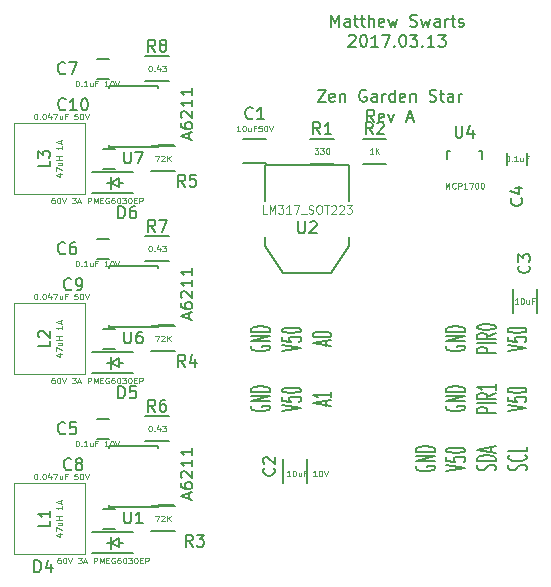
<source format=gto>
G04 #@! TF.FileFunction,Legend,Top*
%FSLAX46Y46*%
G04 Gerber Fmt 4.6, Leading zero omitted, Abs format (unit mm)*
G04 Created by KiCad (PCBNEW 4.0.4-stable) date 03/13/17 09:42:38*
%MOMM*%
%LPD*%
G01*
G04 APERTURE LIST*
%ADD10C,0.100000*%
%ADD11C,0.200000*%
%ADD12C,0.150000*%
%ADD13C,0.125000*%
G04 APERTURE END LIST*
D10*
D11*
X127889761Y-105917381D02*
X128556428Y-105917381D01*
X127889761Y-106917381D01*
X128556428Y-106917381D01*
X129318333Y-106869762D02*
X129223095Y-106917381D01*
X129032618Y-106917381D01*
X128937380Y-106869762D01*
X128889761Y-106774524D01*
X128889761Y-106393571D01*
X128937380Y-106298333D01*
X129032618Y-106250714D01*
X129223095Y-106250714D01*
X129318333Y-106298333D01*
X129365952Y-106393571D01*
X129365952Y-106488810D01*
X128889761Y-106584048D01*
X129794523Y-106250714D02*
X129794523Y-106917381D01*
X129794523Y-106345952D02*
X129842142Y-106298333D01*
X129937380Y-106250714D01*
X130080238Y-106250714D01*
X130175476Y-106298333D01*
X130223095Y-106393571D01*
X130223095Y-106917381D01*
X131985000Y-105965000D02*
X131889762Y-105917381D01*
X131746905Y-105917381D01*
X131604047Y-105965000D01*
X131508809Y-106060238D01*
X131461190Y-106155476D01*
X131413571Y-106345952D01*
X131413571Y-106488810D01*
X131461190Y-106679286D01*
X131508809Y-106774524D01*
X131604047Y-106869762D01*
X131746905Y-106917381D01*
X131842143Y-106917381D01*
X131985000Y-106869762D01*
X132032619Y-106822143D01*
X132032619Y-106488810D01*
X131842143Y-106488810D01*
X132889762Y-106917381D02*
X132889762Y-106393571D01*
X132842143Y-106298333D01*
X132746905Y-106250714D01*
X132556428Y-106250714D01*
X132461190Y-106298333D01*
X132889762Y-106869762D02*
X132794524Y-106917381D01*
X132556428Y-106917381D01*
X132461190Y-106869762D01*
X132413571Y-106774524D01*
X132413571Y-106679286D01*
X132461190Y-106584048D01*
X132556428Y-106536429D01*
X132794524Y-106536429D01*
X132889762Y-106488810D01*
X133365952Y-106917381D02*
X133365952Y-106250714D01*
X133365952Y-106441190D02*
X133413571Y-106345952D01*
X133461190Y-106298333D01*
X133556428Y-106250714D01*
X133651667Y-106250714D01*
X134413572Y-106917381D02*
X134413572Y-105917381D01*
X134413572Y-106869762D02*
X134318334Y-106917381D01*
X134127857Y-106917381D01*
X134032619Y-106869762D01*
X133985000Y-106822143D01*
X133937381Y-106726905D01*
X133937381Y-106441190D01*
X133985000Y-106345952D01*
X134032619Y-106298333D01*
X134127857Y-106250714D01*
X134318334Y-106250714D01*
X134413572Y-106298333D01*
X135270715Y-106869762D02*
X135175477Y-106917381D01*
X134985000Y-106917381D01*
X134889762Y-106869762D01*
X134842143Y-106774524D01*
X134842143Y-106393571D01*
X134889762Y-106298333D01*
X134985000Y-106250714D01*
X135175477Y-106250714D01*
X135270715Y-106298333D01*
X135318334Y-106393571D01*
X135318334Y-106488810D01*
X134842143Y-106584048D01*
X135746905Y-106250714D02*
X135746905Y-106917381D01*
X135746905Y-106345952D02*
X135794524Y-106298333D01*
X135889762Y-106250714D01*
X136032620Y-106250714D01*
X136127858Y-106298333D01*
X136175477Y-106393571D01*
X136175477Y-106917381D01*
X137365953Y-106869762D02*
X137508810Y-106917381D01*
X137746906Y-106917381D01*
X137842144Y-106869762D01*
X137889763Y-106822143D01*
X137937382Y-106726905D01*
X137937382Y-106631667D01*
X137889763Y-106536429D01*
X137842144Y-106488810D01*
X137746906Y-106441190D01*
X137556429Y-106393571D01*
X137461191Y-106345952D01*
X137413572Y-106298333D01*
X137365953Y-106203095D01*
X137365953Y-106107857D01*
X137413572Y-106012619D01*
X137461191Y-105965000D01*
X137556429Y-105917381D01*
X137794525Y-105917381D01*
X137937382Y-105965000D01*
X138223096Y-106250714D02*
X138604048Y-106250714D01*
X138365953Y-105917381D02*
X138365953Y-106774524D01*
X138413572Y-106869762D01*
X138508810Y-106917381D01*
X138604048Y-106917381D01*
X139365954Y-106917381D02*
X139365954Y-106393571D01*
X139318335Y-106298333D01*
X139223097Y-106250714D01*
X139032620Y-106250714D01*
X138937382Y-106298333D01*
X139365954Y-106869762D02*
X139270716Y-106917381D01*
X139032620Y-106917381D01*
X138937382Y-106869762D01*
X138889763Y-106774524D01*
X138889763Y-106679286D01*
X138937382Y-106584048D01*
X139032620Y-106536429D01*
X139270716Y-106536429D01*
X139365954Y-106488810D01*
X139842144Y-106917381D02*
X139842144Y-106250714D01*
X139842144Y-106441190D02*
X139889763Y-106345952D01*
X139937382Y-106298333D01*
X140032620Y-106250714D01*
X140127859Y-106250714D01*
X132675476Y-108617381D02*
X132342142Y-108141190D01*
X132104047Y-108617381D02*
X132104047Y-107617381D01*
X132485000Y-107617381D01*
X132580238Y-107665000D01*
X132627857Y-107712619D01*
X132675476Y-107807857D01*
X132675476Y-107950714D01*
X132627857Y-108045952D01*
X132580238Y-108093571D01*
X132485000Y-108141190D01*
X132104047Y-108141190D01*
X133485000Y-108569762D02*
X133389762Y-108617381D01*
X133199285Y-108617381D01*
X133104047Y-108569762D01*
X133056428Y-108474524D01*
X133056428Y-108093571D01*
X133104047Y-107998333D01*
X133199285Y-107950714D01*
X133389762Y-107950714D01*
X133485000Y-107998333D01*
X133532619Y-108093571D01*
X133532619Y-108188810D01*
X133056428Y-108284048D01*
X133865952Y-107950714D02*
X134104047Y-108617381D01*
X134342143Y-107950714D01*
X135437381Y-108331667D02*
X135913572Y-108331667D01*
X135342143Y-108617381D02*
X135675476Y-107617381D01*
X136008810Y-108617381D01*
X129024761Y-100567381D02*
X129024761Y-99567381D01*
X129358095Y-100281667D01*
X129691428Y-99567381D01*
X129691428Y-100567381D01*
X130596190Y-100567381D02*
X130596190Y-100043571D01*
X130548571Y-99948333D01*
X130453333Y-99900714D01*
X130262856Y-99900714D01*
X130167618Y-99948333D01*
X130596190Y-100519762D02*
X130500952Y-100567381D01*
X130262856Y-100567381D01*
X130167618Y-100519762D01*
X130119999Y-100424524D01*
X130119999Y-100329286D01*
X130167618Y-100234048D01*
X130262856Y-100186429D01*
X130500952Y-100186429D01*
X130596190Y-100138810D01*
X130929523Y-99900714D02*
X131310475Y-99900714D01*
X131072380Y-99567381D02*
X131072380Y-100424524D01*
X131119999Y-100519762D01*
X131215237Y-100567381D01*
X131310475Y-100567381D01*
X131500952Y-99900714D02*
X131881904Y-99900714D01*
X131643809Y-99567381D02*
X131643809Y-100424524D01*
X131691428Y-100519762D01*
X131786666Y-100567381D01*
X131881904Y-100567381D01*
X132215238Y-100567381D02*
X132215238Y-99567381D01*
X132643810Y-100567381D02*
X132643810Y-100043571D01*
X132596191Y-99948333D01*
X132500953Y-99900714D01*
X132358095Y-99900714D01*
X132262857Y-99948333D01*
X132215238Y-99995952D01*
X133500953Y-100519762D02*
X133405715Y-100567381D01*
X133215238Y-100567381D01*
X133120000Y-100519762D01*
X133072381Y-100424524D01*
X133072381Y-100043571D01*
X133120000Y-99948333D01*
X133215238Y-99900714D01*
X133405715Y-99900714D01*
X133500953Y-99948333D01*
X133548572Y-100043571D01*
X133548572Y-100138810D01*
X133072381Y-100234048D01*
X133881905Y-99900714D02*
X134072381Y-100567381D01*
X134262858Y-100091190D01*
X134453334Y-100567381D01*
X134643810Y-99900714D01*
X135739048Y-100519762D02*
X135881905Y-100567381D01*
X136120001Y-100567381D01*
X136215239Y-100519762D01*
X136262858Y-100472143D01*
X136310477Y-100376905D01*
X136310477Y-100281667D01*
X136262858Y-100186429D01*
X136215239Y-100138810D01*
X136120001Y-100091190D01*
X135929524Y-100043571D01*
X135834286Y-99995952D01*
X135786667Y-99948333D01*
X135739048Y-99853095D01*
X135739048Y-99757857D01*
X135786667Y-99662619D01*
X135834286Y-99615000D01*
X135929524Y-99567381D01*
X136167620Y-99567381D01*
X136310477Y-99615000D01*
X136643810Y-99900714D02*
X136834286Y-100567381D01*
X137024763Y-100091190D01*
X137215239Y-100567381D01*
X137405715Y-99900714D01*
X138215239Y-100567381D02*
X138215239Y-100043571D01*
X138167620Y-99948333D01*
X138072382Y-99900714D01*
X137881905Y-99900714D01*
X137786667Y-99948333D01*
X138215239Y-100519762D02*
X138120001Y-100567381D01*
X137881905Y-100567381D01*
X137786667Y-100519762D01*
X137739048Y-100424524D01*
X137739048Y-100329286D01*
X137786667Y-100234048D01*
X137881905Y-100186429D01*
X138120001Y-100186429D01*
X138215239Y-100138810D01*
X138691429Y-100567381D02*
X138691429Y-99900714D01*
X138691429Y-100091190D02*
X138739048Y-99995952D01*
X138786667Y-99948333D01*
X138881905Y-99900714D01*
X138977144Y-99900714D01*
X139167620Y-99900714D02*
X139548572Y-99900714D01*
X139310477Y-99567381D02*
X139310477Y-100424524D01*
X139358096Y-100519762D01*
X139453334Y-100567381D01*
X139548572Y-100567381D01*
X139834287Y-100519762D02*
X139929525Y-100567381D01*
X140120001Y-100567381D01*
X140215240Y-100519762D01*
X140262859Y-100424524D01*
X140262859Y-100376905D01*
X140215240Y-100281667D01*
X140120001Y-100234048D01*
X139977144Y-100234048D01*
X139881906Y-100186429D01*
X139834287Y-100091190D01*
X139834287Y-100043571D01*
X139881906Y-99948333D01*
X139977144Y-99900714D01*
X140120001Y-99900714D01*
X140215240Y-99948333D01*
X130524762Y-101362619D02*
X130572381Y-101315000D01*
X130667619Y-101267381D01*
X130905715Y-101267381D01*
X131000953Y-101315000D01*
X131048572Y-101362619D01*
X131096191Y-101457857D01*
X131096191Y-101553095D01*
X131048572Y-101695952D01*
X130477143Y-102267381D01*
X131096191Y-102267381D01*
X131715238Y-101267381D02*
X131810477Y-101267381D01*
X131905715Y-101315000D01*
X131953334Y-101362619D01*
X132000953Y-101457857D01*
X132048572Y-101648333D01*
X132048572Y-101886429D01*
X132000953Y-102076905D01*
X131953334Y-102172143D01*
X131905715Y-102219762D01*
X131810477Y-102267381D01*
X131715238Y-102267381D01*
X131620000Y-102219762D01*
X131572381Y-102172143D01*
X131524762Y-102076905D01*
X131477143Y-101886429D01*
X131477143Y-101648333D01*
X131524762Y-101457857D01*
X131572381Y-101362619D01*
X131620000Y-101315000D01*
X131715238Y-101267381D01*
X133000953Y-102267381D02*
X132429524Y-102267381D01*
X132715238Y-102267381D02*
X132715238Y-101267381D01*
X132620000Y-101410238D01*
X132524762Y-101505476D01*
X132429524Y-101553095D01*
X133334286Y-101267381D02*
X134000953Y-101267381D01*
X133572381Y-102267381D01*
X134381905Y-102172143D02*
X134429524Y-102219762D01*
X134381905Y-102267381D01*
X134334286Y-102219762D01*
X134381905Y-102172143D01*
X134381905Y-102267381D01*
X135048571Y-101267381D02*
X135143810Y-101267381D01*
X135239048Y-101315000D01*
X135286667Y-101362619D01*
X135334286Y-101457857D01*
X135381905Y-101648333D01*
X135381905Y-101886429D01*
X135334286Y-102076905D01*
X135286667Y-102172143D01*
X135239048Y-102219762D01*
X135143810Y-102267381D01*
X135048571Y-102267381D01*
X134953333Y-102219762D01*
X134905714Y-102172143D01*
X134858095Y-102076905D01*
X134810476Y-101886429D01*
X134810476Y-101648333D01*
X134858095Y-101457857D01*
X134905714Y-101362619D01*
X134953333Y-101315000D01*
X135048571Y-101267381D01*
X135715238Y-101267381D02*
X136334286Y-101267381D01*
X136000952Y-101648333D01*
X136143810Y-101648333D01*
X136239048Y-101695952D01*
X136286667Y-101743571D01*
X136334286Y-101838810D01*
X136334286Y-102076905D01*
X136286667Y-102172143D01*
X136239048Y-102219762D01*
X136143810Y-102267381D01*
X135858095Y-102267381D01*
X135762857Y-102219762D01*
X135715238Y-102172143D01*
X136762857Y-102172143D02*
X136810476Y-102219762D01*
X136762857Y-102267381D01*
X136715238Y-102219762D01*
X136762857Y-102172143D01*
X136762857Y-102267381D01*
X137762857Y-102267381D02*
X137191428Y-102267381D01*
X137477142Y-102267381D02*
X137477142Y-101267381D01*
X137381904Y-101410238D01*
X137286666Y-101505476D01*
X137191428Y-101553095D01*
X138096190Y-101267381D02*
X138715238Y-101267381D01*
X138381904Y-101648333D01*
X138524762Y-101648333D01*
X138620000Y-101695952D01*
X138667619Y-101743571D01*
X138715238Y-101838810D01*
X138715238Y-102076905D01*
X138667619Y-102172143D01*
X138620000Y-102219762D01*
X138524762Y-102267381D01*
X138239047Y-102267381D01*
X138143809Y-102219762D01*
X138096190Y-102172143D01*
X122330000Y-127609523D02*
X122253810Y-127685714D01*
X122253810Y-127799999D01*
X122330000Y-127914285D01*
X122482381Y-127990476D01*
X122634762Y-128028571D01*
X122939524Y-128066666D01*
X123168095Y-128066666D01*
X123472857Y-128028571D01*
X123625238Y-127990476D01*
X123777619Y-127914285D01*
X123853810Y-127799999D01*
X123853810Y-127723809D01*
X123777619Y-127609523D01*
X123701429Y-127571428D01*
X123168095Y-127571428D01*
X123168095Y-127723809D01*
X123853810Y-127228571D02*
X122253810Y-127228571D01*
X123853810Y-126771428D01*
X122253810Y-126771428D01*
X123853810Y-126390476D02*
X122253810Y-126390476D01*
X122253810Y-126200000D01*
X122330000Y-126085714D01*
X122482381Y-126009523D01*
X122634762Y-125971428D01*
X122939524Y-125933333D01*
X123168095Y-125933333D01*
X123472857Y-125971428D01*
X123625238Y-126009523D01*
X123777619Y-126085714D01*
X123853810Y-126200000D01*
X123853810Y-126390476D01*
X124853810Y-128028572D02*
X126453810Y-127761905D01*
X124853810Y-127495238D01*
X124853810Y-126847619D02*
X124853810Y-127228572D01*
X125615714Y-127266667D01*
X125539524Y-127228572D01*
X125463333Y-127152381D01*
X125463333Y-126961905D01*
X125539524Y-126885715D01*
X125615714Y-126847619D01*
X125768095Y-126809524D01*
X126149048Y-126809524D01*
X126301429Y-126847619D01*
X126377619Y-126885715D01*
X126453810Y-126961905D01*
X126453810Y-127152381D01*
X126377619Y-127228572D01*
X126301429Y-127266667D01*
X124853810Y-126314286D02*
X124853810Y-126238095D01*
X124930000Y-126161905D01*
X125006190Y-126123810D01*
X125158571Y-126085714D01*
X125463333Y-126047619D01*
X125844286Y-126047619D01*
X126149048Y-126085714D01*
X126301429Y-126123810D01*
X126377619Y-126161905D01*
X126453810Y-126238095D01*
X126453810Y-126314286D01*
X126377619Y-126390476D01*
X126301429Y-126428572D01*
X126149048Y-126466667D01*
X125844286Y-126504762D01*
X125463333Y-126504762D01*
X125158571Y-126466667D01*
X125006190Y-126428572D01*
X124930000Y-126390476D01*
X124853810Y-126314286D01*
X128596667Y-127571428D02*
X128596667Y-127190476D01*
X129053810Y-127647619D02*
X127453810Y-127380952D01*
X129053810Y-127114285D01*
X127453810Y-126695238D02*
X127453810Y-126619047D01*
X127530000Y-126542857D01*
X127606190Y-126504762D01*
X127758571Y-126466666D01*
X128063333Y-126428571D01*
X128444286Y-126428571D01*
X128749048Y-126466666D01*
X128901429Y-126504762D01*
X128977619Y-126542857D01*
X129053810Y-126619047D01*
X129053810Y-126695238D01*
X128977619Y-126771428D01*
X128901429Y-126809524D01*
X128749048Y-126847619D01*
X128444286Y-126885714D01*
X128063333Y-126885714D01*
X127758571Y-126847619D01*
X127606190Y-126809524D01*
X127530000Y-126771428D01*
X127453810Y-126695238D01*
X122330000Y-132689523D02*
X122253810Y-132765714D01*
X122253810Y-132879999D01*
X122330000Y-132994285D01*
X122482381Y-133070476D01*
X122634762Y-133108571D01*
X122939524Y-133146666D01*
X123168095Y-133146666D01*
X123472857Y-133108571D01*
X123625238Y-133070476D01*
X123777619Y-132994285D01*
X123853810Y-132879999D01*
X123853810Y-132803809D01*
X123777619Y-132689523D01*
X123701429Y-132651428D01*
X123168095Y-132651428D01*
X123168095Y-132803809D01*
X123853810Y-132308571D02*
X122253810Y-132308571D01*
X123853810Y-131851428D01*
X122253810Y-131851428D01*
X123853810Y-131470476D02*
X122253810Y-131470476D01*
X122253810Y-131280000D01*
X122330000Y-131165714D01*
X122482381Y-131089523D01*
X122634762Y-131051428D01*
X122939524Y-131013333D01*
X123168095Y-131013333D01*
X123472857Y-131051428D01*
X123625238Y-131089523D01*
X123777619Y-131165714D01*
X123853810Y-131280000D01*
X123853810Y-131470476D01*
X124853810Y-133108572D02*
X126453810Y-132841905D01*
X124853810Y-132575238D01*
X124853810Y-131927619D02*
X124853810Y-132308572D01*
X125615714Y-132346667D01*
X125539524Y-132308572D01*
X125463333Y-132232381D01*
X125463333Y-132041905D01*
X125539524Y-131965715D01*
X125615714Y-131927619D01*
X125768095Y-131889524D01*
X126149048Y-131889524D01*
X126301429Y-131927619D01*
X126377619Y-131965715D01*
X126453810Y-132041905D01*
X126453810Y-132232381D01*
X126377619Y-132308572D01*
X126301429Y-132346667D01*
X124853810Y-131394286D02*
X124853810Y-131318095D01*
X124930000Y-131241905D01*
X125006190Y-131203810D01*
X125158571Y-131165714D01*
X125463333Y-131127619D01*
X125844286Y-131127619D01*
X126149048Y-131165714D01*
X126301429Y-131203810D01*
X126377619Y-131241905D01*
X126453810Y-131318095D01*
X126453810Y-131394286D01*
X126377619Y-131470476D01*
X126301429Y-131508572D01*
X126149048Y-131546667D01*
X125844286Y-131584762D01*
X125463333Y-131584762D01*
X125158571Y-131546667D01*
X125006190Y-131508572D01*
X124930000Y-131470476D01*
X124853810Y-131394286D01*
X128596667Y-132651428D02*
X128596667Y-132270476D01*
X129053810Y-132727619D02*
X127453810Y-132460952D01*
X129053810Y-132194285D01*
X129053810Y-131508571D02*
X129053810Y-131965714D01*
X129053810Y-131737143D02*
X127453810Y-131737143D01*
X127682381Y-131813333D01*
X127834762Y-131889524D01*
X127910952Y-131965714D01*
X138840000Y-127609523D02*
X138763810Y-127685714D01*
X138763810Y-127799999D01*
X138840000Y-127914285D01*
X138992381Y-127990476D01*
X139144762Y-128028571D01*
X139449524Y-128066666D01*
X139678095Y-128066666D01*
X139982857Y-128028571D01*
X140135238Y-127990476D01*
X140287619Y-127914285D01*
X140363810Y-127799999D01*
X140363810Y-127723809D01*
X140287619Y-127609523D01*
X140211429Y-127571428D01*
X139678095Y-127571428D01*
X139678095Y-127723809D01*
X140363810Y-127228571D02*
X138763810Y-127228571D01*
X140363810Y-126771428D01*
X138763810Y-126771428D01*
X140363810Y-126390476D02*
X138763810Y-126390476D01*
X138763810Y-126200000D01*
X138840000Y-126085714D01*
X138992381Y-126009523D01*
X139144762Y-125971428D01*
X139449524Y-125933333D01*
X139678095Y-125933333D01*
X139982857Y-125971428D01*
X140135238Y-126009523D01*
X140287619Y-126085714D01*
X140363810Y-126200000D01*
X140363810Y-126390476D01*
X142963810Y-128180952D02*
X141363810Y-128180952D01*
X141363810Y-127876190D01*
X141440000Y-127799999D01*
X141516190Y-127761904D01*
X141668571Y-127723809D01*
X141897143Y-127723809D01*
X142049524Y-127761904D01*
X142125714Y-127799999D01*
X142201905Y-127876190D01*
X142201905Y-128180952D01*
X142963810Y-127380952D02*
X141363810Y-127380952D01*
X142963810Y-126542857D02*
X142201905Y-126809524D01*
X142963810Y-127000000D02*
X141363810Y-127000000D01*
X141363810Y-126695238D01*
X141440000Y-126619047D01*
X141516190Y-126580952D01*
X141668571Y-126542857D01*
X141897143Y-126542857D01*
X142049524Y-126580952D01*
X142125714Y-126619047D01*
X142201905Y-126695238D01*
X142201905Y-127000000D01*
X141363810Y-126047619D02*
X141363810Y-125971428D01*
X141440000Y-125895238D01*
X141516190Y-125857143D01*
X141668571Y-125819047D01*
X141973333Y-125780952D01*
X142354286Y-125780952D01*
X142659048Y-125819047D01*
X142811429Y-125857143D01*
X142887619Y-125895238D01*
X142963810Y-125971428D01*
X142963810Y-126047619D01*
X142887619Y-126123809D01*
X142811429Y-126161905D01*
X142659048Y-126200000D01*
X142354286Y-126238095D01*
X141973333Y-126238095D01*
X141668571Y-126200000D01*
X141516190Y-126161905D01*
X141440000Y-126123809D01*
X141363810Y-126047619D01*
X143963810Y-128028572D02*
X145563810Y-127761905D01*
X143963810Y-127495238D01*
X143963810Y-126847619D02*
X143963810Y-127228572D01*
X144725714Y-127266667D01*
X144649524Y-127228572D01*
X144573333Y-127152381D01*
X144573333Y-126961905D01*
X144649524Y-126885715D01*
X144725714Y-126847619D01*
X144878095Y-126809524D01*
X145259048Y-126809524D01*
X145411429Y-126847619D01*
X145487619Y-126885715D01*
X145563810Y-126961905D01*
X145563810Y-127152381D01*
X145487619Y-127228572D01*
X145411429Y-127266667D01*
X143963810Y-126314286D02*
X143963810Y-126238095D01*
X144040000Y-126161905D01*
X144116190Y-126123810D01*
X144268571Y-126085714D01*
X144573333Y-126047619D01*
X144954286Y-126047619D01*
X145259048Y-126085714D01*
X145411429Y-126123810D01*
X145487619Y-126161905D01*
X145563810Y-126238095D01*
X145563810Y-126314286D01*
X145487619Y-126390476D01*
X145411429Y-126428572D01*
X145259048Y-126466667D01*
X144954286Y-126504762D01*
X144573333Y-126504762D01*
X144268571Y-126466667D01*
X144116190Y-126428572D01*
X144040000Y-126390476D01*
X143963810Y-126314286D01*
X138840000Y-132689523D02*
X138763810Y-132765714D01*
X138763810Y-132879999D01*
X138840000Y-132994285D01*
X138992381Y-133070476D01*
X139144762Y-133108571D01*
X139449524Y-133146666D01*
X139678095Y-133146666D01*
X139982857Y-133108571D01*
X140135238Y-133070476D01*
X140287619Y-132994285D01*
X140363810Y-132879999D01*
X140363810Y-132803809D01*
X140287619Y-132689523D01*
X140211429Y-132651428D01*
X139678095Y-132651428D01*
X139678095Y-132803809D01*
X140363810Y-132308571D02*
X138763810Y-132308571D01*
X140363810Y-131851428D01*
X138763810Y-131851428D01*
X140363810Y-131470476D02*
X138763810Y-131470476D01*
X138763810Y-131280000D01*
X138840000Y-131165714D01*
X138992381Y-131089523D01*
X139144762Y-131051428D01*
X139449524Y-131013333D01*
X139678095Y-131013333D01*
X139982857Y-131051428D01*
X140135238Y-131089523D01*
X140287619Y-131165714D01*
X140363810Y-131280000D01*
X140363810Y-131470476D01*
X142963810Y-133260952D02*
X141363810Y-133260952D01*
X141363810Y-132956190D01*
X141440000Y-132879999D01*
X141516190Y-132841904D01*
X141668571Y-132803809D01*
X141897143Y-132803809D01*
X142049524Y-132841904D01*
X142125714Y-132879999D01*
X142201905Y-132956190D01*
X142201905Y-133260952D01*
X142963810Y-132460952D02*
X141363810Y-132460952D01*
X142963810Y-131622857D02*
X142201905Y-131889524D01*
X142963810Y-132080000D02*
X141363810Y-132080000D01*
X141363810Y-131775238D01*
X141440000Y-131699047D01*
X141516190Y-131660952D01*
X141668571Y-131622857D01*
X141897143Y-131622857D01*
X142049524Y-131660952D01*
X142125714Y-131699047D01*
X142201905Y-131775238D01*
X142201905Y-132080000D01*
X142963810Y-130860952D02*
X142963810Y-131318095D01*
X142963810Y-131089524D02*
X141363810Y-131089524D01*
X141592381Y-131165714D01*
X141744762Y-131241905D01*
X141820952Y-131318095D01*
X143963810Y-133108572D02*
X145563810Y-132841905D01*
X143963810Y-132575238D01*
X143963810Y-131927619D02*
X143963810Y-132308572D01*
X144725714Y-132346667D01*
X144649524Y-132308572D01*
X144573333Y-132232381D01*
X144573333Y-132041905D01*
X144649524Y-131965715D01*
X144725714Y-131927619D01*
X144878095Y-131889524D01*
X145259048Y-131889524D01*
X145411429Y-131927619D01*
X145487619Y-131965715D01*
X145563810Y-132041905D01*
X145563810Y-132232381D01*
X145487619Y-132308572D01*
X145411429Y-132346667D01*
X143963810Y-131394286D02*
X143963810Y-131318095D01*
X144040000Y-131241905D01*
X144116190Y-131203810D01*
X144268571Y-131165714D01*
X144573333Y-131127619D01*
X144954286Y-131127619D01*
X145259048Y-131165714D01*
X145411429Y-131203810D01*
X145487619Y-131241905D01*
X145563810Y-131318095D01*
X145563810Y-131394286D01*
X145487619Y-131470476D01*
X145411429Y-131508572D01*
X145259048Y-131546667D01*
X144954286Y-131584762D01*
X144573333Y-131584762D01*
X144268571Y-131546667D01*
X144116190Y-131508572D01*
X144040000Y-131470476D01*
X143963810Y-131394286D01*
X136270000Y-137769523D02*
X136193810Y-137845714D01*
X136193810Y-137959999D01*
X136270000Y-138074285D01*
X136422381Y-138150476D01*
X136574762Y-138188571D01*
X136879524Y-138226666D01*
X137108095Y-138226666D01*
X137412857Y-138188571D01*
X137565238Y-138150476D01*
X137717619Y-138074285D01*
X137793810Y-137959999D01*
X137793810Y-137883809D01*
X137717619Y-137769523D01*
X137641429Y-137731428D01*
X137108095Y-137731428D01*
X137108095Y-137883809D01*
X137793810Y-137388571D02*
X136193810Y-137388571D01*
X137793810Y-136931428D01*
X136193810Y-136931428D01*
X137793810Y-136550476D02*
X136193810Y-136550476D01*
X136193810Y-136360000D01*
X136270000Y-136245714D01*
X136422381Y-136169523D01*
X136574762Y-136131428D01*
X136879524Y-136093333D01*
X137108095Y-136093333D01*
X137412857Y-136131428D01*
X137565238Y-136169523D01*
X137717619Y-136245714D01*
X137793810Y-136360000D01*
X137793810Y-136550476D01*
X138793810Y-138188572D02*
X140393810Y-137921905D01*
X138793810Y-137655238D01*
X138793810Y-137007619D02*
X138793810Y-137388572D01*
X139555714Y-137426667D01*
X139479524Y-137388572D01*
X139403333Y-137312381D01*
X139403333Y-137121905D01*
X139479524Y-137045715D01*
X139555714Y-137007619D01*
X139708095Y-136969524D01*
X140089048Y-136969524D01*
X140241429Y-137007619D01*
X140317619Y-137045715D01*
X140393810Y-137121905D01*
X140393810Y-137312381D01*
X140317619Y-137388572D01*
X140241429Y-137426667D01*
X138793810Y-136474286D02*
X138793810Y-136398095D01*
X138870000Y-136321905D01*
X138946190Y-136283810D01*
X139098571Y-136245714D01*
X139403333Y-136207619D01*
X139784286Y-136207619D01*
X140089048Y-136245714D01*
X140241429Y-136283810D01*
X140317619Y-136321905D01*
X140393810Y-136398095D01*
X140393810Y-136474286D01*
X140317619Y-136550476D01*
X140241429Y-136588572D01*
X140089048Y-136626667D01*
X139784286Y-136664762D01*
X139403333Y-136664762D01*
X139098571Y-136626667D01*
X138946190Y-136588572D01*
X138870000Y-136550476D01*
X138793810Y-136474286D01*
X142917619Y-138131428D02*
X142993810Y-138017142D01*
X142993810Y-137826666D01*
X142917619Y-137750476D01*
X142841429Y-137712380D01*
X142689048Y-137674285D01*
X142536667Y-137674285D01*
X142384286Y-137712380D01*
X142308095Y-137750476D01*
X142231905Y-137826666D01*
X142155714Y-137979047D01*
X142079524Y-138055238D01*
X142003333Y-138093333D01*
X141850952Y-138131428D01*
X141698571Y-138131428D01*
X141546190Y-138093333D01*
X141470000Y-138055238D01*
X141393810Y-137979047D01*
X141393810Y-137788571D01*
X141470000Y-137674285D01*
X142993810Y-137331428D02*
X141393810Y-137331428D01*
X141393810Y-137140952D01*
X141470000Y-137026666D01*
X141622381Y-136950475D01*
X141774762Y-136912380D01*
X142079524Y-136874285D01*
X142308095Y-136874285D01*
X142612857Y-136912380D01*
X142765238Y-136950475D01*
X142917619Y-137026666D01*
X142993810Y-137140952D01*
X142993810Y-137331428D01*
X142536667Y-136569523D02*
X142536667Y-136188571D01*
X142993810Y-136645714D02*
X141393810Y-136379047D01*
X142993810Y-136112380D01*
X145517619Y-138112381D02*
X145593810Y-137998095D01*
X145593810Y-137807619D01*
X145517619Y-137731429D01*
X145441429Y-137693333D01*
X145289048Y-137655238D01*
X145136667Y-137655238D01*
X144984286Y-137693333D01*
X144908095Y-137731429D01*
X144831905Y-137807619D01*
X144755714Y-137960000D01*
X144679524Y-138036191D01*
X144603333Y-138074286D01*
X144450952Y-138112381D01*
X144298571Y-138112381D01*
X144146190Y-138074286D01*
X144070000Y-138036191D01*
X143993810Y-137960000D01*
X143993810Y-137769524D01*
X144070000Y-137655238D01*
X145441429Y-136855238D02*
X145517619Y-136893333D01*
X145593810Y-137007619D01*
X145593810Y-137083809D01*
X145517619Y-137198095D01*
X145365238Y-137274286D01*
X145212857Y-137312381D01*
X144908095Y-137350476D01*
X144679524Y-137350476D01*
X144374762Y-137312381D01*
X144222381Y-137274286D01*
X144070000Y-137198095D01*
X143993810Y-137083809D01*
X143993810Y-137007619D01*
X144070000Y-136893333D01*
X144146190Y-136855238D01*
X145593810Y-136131428D02*
X145593810Y-136512381D01*
X143993810Y-136512381D01*
D12*
X121555000Y-112150000D02*
X123555000Y-112150000D01*
X123555000Y-110100000D02*
X121555000Y-110100000D01*
X127009000Y-139176000D02*
X127009000Y-137176000D01*
X124959000Y-137176000D02*
X124959000Y-139176000D01*
X144390000Y-122825000D02*
X144390000Y-124825000D01*
X146440000Y-124825000D02*
X146440000Y-122825000D01*
X145630000Y-112260000D02*
X145630000Y-111260000D01*
X143930000Y-111260000D02*
X143930000Y-112260000D01*
X129270000Y-112200000D02*
X127270000Y-112200000D01*
X127270000Y-110050000D02*
X129270000Y-110050000D01*
X133715000Y-112200000D02*
X131715000Y-112200000D01*
X131715000Y-110050000D02*
X133715000Y-110050000D01*
X130556000Y-115316000D02*
X130556000Y-112268000D01*
X130556000Y-112268000D02*
X123444000Y-112268000D01*
X123444000Y-112268000D02*
X123444000Y-115316000D01*
X130556000Y-118364000D02*
X130556000Y-119126000D01*
X130556000Y-119126000D02*
X129032000Y-121412000D01*
X129032000Y-121412000D02*
X124968000Y-121412000D01*
X124968000Y-121412000D02*
X123444000Y-119126000D01*
X123444000Y-119126000D02*
X123444000Y-118364000D01*
X141634160Y-111109760D02*
X141585900Y-111109760D01*
X138835180Y-111810800D02*
X138835180Y-111109760D01*
X138835180Y-111109760D02*
X139084100Y-111109760D01*
X141634160Y-111109760D02*
X141834820Y-111109760D01*
X141834820Y-111109760D02*
X141834820Y-111810800D01*
X110228000Y-133770000D02*
X109228000Y-133770000D01*
X109228000Y-135470000D02*
X110228000Y-135470000D01*
X110228000Y-118530000D02*
X109228000Y-118530000D01*
X109228000Y-120230000D02*
X110228000Y-120230000D01*
X110228000Y-103290000D02*
X109228000Y-103290000D01*
X109228000Y-104990000D02*
X110228000Y-104990000D01*
X110736000Y-141390000D02*
X109736000Y-141390000D01*
X109736000Y-143090000D02*
X110736000Y-143090000D01*
X110736000Y-126150000D02*
X109736000Y-126150000D01*
X109736000Y-127850000D02*
X110736000Y-127850000D01*
X110736000Y-110910000D02*
X109736000Y-110910000D01*
X109736000Y-112610000D02*
X110736000Y-112610000D01*
X111061500Y-144272000D02*
X111442500Y-144272000D01*
X110045500Y-144272000D02*
X110426500Y-144272000D01*
X110426500Y-144272000D02*
X111061500Y-143891000D01*
X111061500Y-143891000D02*
X111061500Y-144653000D01*
X111061500Y-144653000D02*
X110426500Y-144272000D01*
X110426500Y-143764000D02*
X110426500Y-144780000D01*
X108744000Y-145172000D02*
X112284000Y-145172000D01*
X108744000Y-143372000D02*
X112284000Y-143372000D01*
X111061500Y-129032000D02*
X111442500Y-129032000D01*
X110045500Y-129032000D02*
X110426500Y-129032000D01*
X110426500Y-129032000D02*
X111061500Y-128651000D01*
X111061500Y-128651000D02*
X111061500Y-129413000D01*
X111061500Y-129413000D02*
X110426500Y-129032000D01*
X110426500Y-128524000D02*
X110426500Y-129540000D01*
X108744000Y-129932000D02*
X112284000Y-129932000D01*
X108744000Y-128132000D02*
X112284000Y-128132000D01*
X111061500Y-113792000D02*
X111442500Y-113792000D01*
X110045500Y-113792000D02*
X110426500Y-113792000D01*
X110426500Y-113792000D02*
X111061500Y-113411000D01*
X111061500Y-113411000D02*
X111061500Y-114173000D01*
X111061500Y-114173000D02*
X110426500Y-113792000D01*
X110426500Y-113284000D02*
X110426500Y-114300000D01*
X108744000Y-114692000D02*
X112284000Y-114692000D01*
X108744000Y-112892000D02*
X112284000Y-112892000D01*
X113808000Y-141165000D02*
X115808000Y-141165000D01*
X115808000Y-143315000D02*
X113808000Y-143315000D01*
X113808000Y-125925000D02*
X115808000Y-125925000D01*
X115808000Y-128075000D02*
X113808000Y-128075000D01*
X113808000Y-110685000D02*
X115808000Y-110685000D01*
X115808000Y-112835000D02*
X113808000Y-112835000D01*
X113300000Y-133545000D02*
X115300000Y-133545000D01*
X115300000Y-135695000D02*
X113300000Y-135695000D01*
X113300000Y-118305000D02*
X115300000Y-118305000D01*
X115300000Y-120455000D02*
X113300000Y-120455000D01*
X113300000Y-103065000D02*
X115300000Y-103065000D01*
X115300000Y-105215000D02*
X113300000Y-105215000D01*
X114343000Y-126019000D02*
X114343000Y-125874000D01*
X110193000Y-126019000D02*
X110193000Y-125874000D01*
X110193000Y-120869000D02*
X110193000Y-121014000D01*
X114343000Y-120869000D02*
X114343000Y-121014000D01*
X114343000Y-126019000D02*
X110193000Y-126019000D01*
X114343000Y-120869000D02*
X110193000Y-120869000D01*
X114343000Y-125874000D02*
X115743000Y-125874000D01*
X114343000Y-110779000D02*
X114343000Y-110634000D01*
X110193000Y-110779000D02*
X110193000Y-110634000D01*
X110193000Y-105629000D02*
X110193000Y-105774000D01*
X114343000Y-105629000D02*
X114343000Y-105774000D01*
X114343000Y-110779000D02*
X110193000Y-110779000D01*
X114343000Y-105629000D02*
X110193000Y-105629000D01*
X114343000Y-110634000D02*
X115743000Y-110634000D01*
X114343000Y-141259000D02*
X114343000Y-141114000D01*
X110193000Y-141259000D02*
X110193000Y-141114000D01*
X110193000Y-136109000D02*
X110193000Y-136254000D01*
X114343000Y-136109000D02*
X114343000Y-136254000D01*
X114343000Y-141259000D02*
X110193000Y-141259000D01*
X114343000Y-136109000D02*
X110193000Y-136109000D01*
X114343000Y-141114000D02*
X115743000Y-141114000D01*
D10*
X108156000Y-145240000D02*
X108156000Y-139240000D01*
X108156000Y-139240000D02*
X102156000Y-139240000D01*
X102156000Y-139240000D02*
X102156000Y-145240000D01*
X102156000Y-145240000D02*
X108156000Y-145240000D01*
X108156000Y-130000000D02*
X108156000Y-124000000D01*
X108156000Y-124000000D02*
X102156000Y-124000000D01*
X102156000Y-124000000D02*
X102156000Y-130000000D01*
X102156000Y-130000000D02*
X108156000Y-130000000D01*
X108156000Y-114760000D02*
X108156000Y-108760000D01*
X108156000Y-108760000D02*
X102156000Y-108760000D01*
X102156000Y-108760000D02*
X102156000Y-114760000D01*
X102156000Y-114760000D02*
X108156000Y-114760000D01*
D12*
X122388334Y-108307143D02*
X122340715Y-108354762D01*
X122197858Y-108402381D01*
X122102620Y-108402381D01*
X121959762Y-108354762D01*
X121864524Y-108259524D01*
X121816905Y-108164286D01*
X121769286Y-107973810D01*
X121769286Y-107830952D01*
X121816905Y-107640476D01*
X121864524Y-107545238D01*
X121959762Y-107450000D01*
X122102620Y-107402381D01*
X122197858Y-107402381D01*
X122340715Y-107450000D01*
X122388334Y-107497619D01*
X123340715Y-108402381D02*
X122769286Y-108402381D01*
X123055000Y-108402381D02*
X123055000Y-107402381D01*
X122959762Y-107545238D01*
X122864524Y-107640476D01*
X122769286Y-107688095D01*
D10*
X121328811Y-109446190D02*
X121043097Y-109446190D01*
X121185954Y-109446190D02*
X121185954Y-108946190D01*
X121138335Y-109017619D01*
X121090716Y-109065238D01*
X121043097Y-109089048D01*
X121638335Y-108946190D02*
X121685954Y-108946190D01*
X121733573Y-108970000D01*
X121757382Y-108993810D01*
X121781192Y-109041429D01*
X121805001Y-109136667D01*
X121805001Y-109255714D01*
X121781192Y-109350952D01*
X121757382Y-109398571D01*
X121733573Y-109422381D01*
X121685954Y-109446190D01*
X121638335Y-109446190D01*
X121590716Y-109422381D01*
X121566906Y-109398571D01*
X121543097Y-109350952D01*
X121519287Y-109255714D01*
X121519287Y-109136667D01*
X121543097Y-109041429D01*
X121566906Y-108993810D01*
X121590716Y-108970000D01*
X121638335Y-108946190D01*
X122233572Y-109112857D02*
X122233572Y-109446190D01*
X122019287Y-109112857D02*
X122019287Y-109374762D01*
X122043096Y-109422381D01*
X122090715Y-109446190D01*
X122162144Y-109446190D01*
X122209763Y-109422381D01*
X122233572Y-109398571D01*
X122638334Y-109184286D02*
X122471668Y-109184286D01*
X122471668Y-109446190D02*
X122471668Y-108946190D01*
X122709763Y-108946190D01*
X123138334Y-108946190D02*
X122900239Y-108946190D01*
X122876429Y-109184286D01*
X122900239Y-109160476D01*
X122947858Y-109136667D01*
X123066905Y-109136667D01*
X123114524Y-109160476D01*
X123138334Y-109184286D01*
X123162143Y-109231905D01*
X123162143Y-109350952D01*
X123138334Y-109398571D01*
X123114524Y-109422381D01*
X123066905Y-109446190D01*
X122947858Y-109446190D01*
X122900239Y-109422381D01*
X122876429Y-109398571D01*
X123471667Y-108946190D02*
X123519286Y-108946190D01*
X123566905Y-108970000D01*
X123590714Y-108993810D01*
X123614524Y-109041429D01*
X123638333Y-109136667D01*
X123638333Y-109255714D01*
X123614524Y-109350952D01*
X123590714Y-109398571D01*
X123566905Y-109422381D01*
X123519286Y-109446190D01*
X123471667Y-109446190D01*
X123424048Y-109422381D01*
X123400238Y-109398571D01*
X123376429Y-109350952D01*
X123352619Y-109255714D01*
X123352619Y-109136667D01*
X123376429Y-109041429D01*
X123400238Y-108993810D01*
X123424048Y-108970000D01*
X123471667Y-108946190D01*
X123781190Y-108946190D02*
X123947857Y-109446190D01*
X124114523Y-108946190D01*
D12*
X124182143Y-137961666D02*
X124229762Y-138009285D01*
X124277381Y-138152142D01*
X124277381Y-138247380D01*
X124229762Y-138390238D01*
X124134524Y-138485476D01*
X124039286Y-138533095D01*
X123848810Y-138580714D01*
X123705952Y-138580714D01*
X123515476Y-138533095D01*
X123420238Y-138485476D01*
X123325000Y-138390238D01*
X123277381Y-138247380D01*
X123277381Y-138152142D01*
X123325000Y-138009285D01*
X123372619Y-137961666D01*
X123372619Y-137580714D02*
X123325000Y-137533095D01*
X123277381Y-137437857D01*
X123277381Y-137199761D01*
X123325000Y-137104523D01*
X123372619Y-137056904D01*
X123467857Y-137009285D01*
X123563095Y-137009285D01*
X123705952Y-137056904D01*
X124277381Y-137628333D01*
X124277381Y-137009285D01*
D10*
X125583335Y-138656190D02*
X125297621Y-138656190D01*
X125440478Y-138656190D02*
X125440478Y-138156190D01*
X125392859Y-138227619D01*
X125345240Y-138275238D01*
X125297621Y-138299048D01*
X125892859Y-138156190D02*
X125940478Y-138156190D01*
X125988097Y-138180000D01*
X126011906Y-138203810D01*
X126035716Y-138251429D01*
X126059525Y-138346667D01*
X126059525Y-138465714D01*
X126035716Y-138560952D01*
X126011906Y-138608571D01*
X125988097Y-138632381D01*
X125940478Y-138656190D01*
X125892859Y-138656190D01*
X125845240Y-138632381D01*
X125821430Y-138608571D01*
X125797621Y-138560952D01*
X125773811Y-138465714D01*
X125773811Y-138346667D01*
X125797621Y-138251429D01*
X125821430Y-138203810D01*
X125845240Y-138180000D01*
X125892859Y-138156190D01*
X126488096Y-138322857D02*
X126488096Y-138656190D01*
X126273811Y-138322857D02*
X126273811Y-138584762D01*
X126297620Y-138632381D01*
X126345239Y-138656190D01*
X126416668Y-138656190D01*
X126464287Y-138632381D01*
X126488096Y-138608571D01*
X126892858Y-138394286D02*
X126726192Y-138394286D01*
X126726192Y-138656190D02*
X126726192Y-138156190D01*
X126964287Y-138156190D01*
X127797619Y-138656190D02*
X127511905Y-138656190D01*
X127654762Y-138656190D02*
X127654762Y-138156190D01*
X127607143Y-138227619D01*
X127559524Y-138275238D01*
X127511905Y-138299048D01*
X128107143Y-138156190D02*
X128154762Y-138156190D01*
X128202381Y-138180000D01*
X128226190Y-138203810D01*
X128250000Y-138251429D01*
X128273809Y-138346667D01*
X128273809Y-138465714D01*
X128250000Y-138560952D01*
X128226190Y-138608571D01*
X128202381Y-138632381D01*
X128154762Y-138656190D01*
X128107143Y-138656190D01*
X128059524Y-138632381D01*
X128035714Y-138608571D01*
X128011905Y-138560952D01*
X127988095Y-138465714D01*
X127988095Y-138346667D01*
X128011905Y-138251429D01*
X128035714Y-138203810D01*
X128059524Y-138180000D01*
X128107143Y-138156190D01*
X128416666Y-138156190D02*
X128583333Y-138656190D01*
X128749999Y-138156190D01*
D12*
X145772143Y-120816666D02*
X145819762Y-120864285D01*
X145867381Y-121007142D01*
X145867381Y-121102380D01*
X145819762Y-121245238D01*
X145724524Y-121340476D01*
X145629286Y-121388095D01*
X145438810Y-121435714D01*
X145295952Y-121435714D01*
X145105476Y-121388095D01*
X145010238Y-121340476D01*
X144915000Y-121245238D01*
X144867381Y-121102380D01*
X144867381Y-121007142D01*
X144915000Y-120864285D01*
X144962619Y-120816666D01*
X144867381Y-120483333D02*
X144867381Y-119864285D01*
X145248333Y-120197619D01*
X145248333Y-120054761D01*
X145295952Y-119959523D01*
X145343571Y-119911904D01*
X145438810Y-119864285D01*
X145676905Y-119864285D01*
X145772143Y-119911904D01*
X145819762Y-119959523D01*
X145867381Y-120054761D01*
X145867381Y-120340476D01*
X145819762Y-120435714D01*
X145772143Y-120483333D01*
D10*
X144879286Y-124051190D02*
X144593572Y-124051190D01*
X144736429Y-124051190D02*
X144736429Y-123551190D01*
X144688810Y-123622619D01*
X144641191Y-123670238D01*
X144593572Y-123694048D01*
X145188810Y-123551190D02*
X145236429Y-123551190D01*
X145284048Y-123575000D01*
X145307857Y-123598810D01*
X145331667Y-123646429D01*
X145355476Y-123741667D01*
X145355476Y-123860714D01*
X145331667Y-123955952D01*
X145307857Y-124003571D01*
X145284048Y-124027381D01*
X145236429Y-124051190D01*
X145188810Y-124051190D01*
X145141191Y-124027381D01*
X145117381Y-124003571D01*
X145093572Y-123955952D01*
X145069762Y-123860714D01*
X145069762Y-123741667D01*
X145093572Y-123646429D01*
X145117381Y-123598810D01*
X145141191Y-123575000D01*
X145188810Y-123551190D01*
X145784047Y-123717857D02*
X145784047Y-124051190D01*
X145569762Y-123717857D02*
X145569762Y-123979762D01*
X145593571Y-124027381D01*
X145641190Y-124051190D01*
X145712619Y-124051190D01*
X145760238Y-124027381D01*
X145784047Y-124003571D01*
X146188809Y-123789286D02*
X146022143Y-123789286D01*
X146022143Y-124051190D02*
X146022143Y-123551190D01*
X146260238Y-123551190D01*
D12*
X145137143Y-115101666D02*
X145184762Y-115149285D01*
X145232381Y-115292142D01*
X145232381Y-115387380D01*
X145184762Y-115530238D01*
X145089524Y-115625476D01*
X144994286Y-115673095D01*
X144803810Y-115720714D01*
X144660952Y-115720714D01*
X144470476Y-115673095D01*
X144375238Y-115625476D01*
X144280000Y-115530238D01*
X144232381Y-115387380D01*
X144232381Y-115292142D01*
X144280000Y-115149285D01*
X144327619Y-115101666D01*
X144565714Y-114244523D02*
X145232381Y-114244523D01*
X144184762Y-114482619D02*
X144899048Y-114720714D01*
X144899048Y-114101666D01*
D10*
X143958573Y-111486190D02*
X144006192Y-111486190D01*
X144053811Y-111510000D01*
X144077620Y-111533810D01*
X144101430Y-111581429D01*
X144125239Y-111676667D01*
X144125239Y-111795714D01*
X144101430Y-111890952D01*
X144077620Y-111938571D01*
X144053811Y-111962381D01*
X144006192Y-111986190D01*
X143958573Y-111986190D01*
X143910954Y-111962381D01*
X143887144Y-111938571D01*
X143863335Y-111890952D01*
X143839525Y-111795714D01*
X143839525Y-111676667D01*
X143863335Y-111581429D01*
X143887144Y-111533810D01*
X143910954Y-111510000D01*
X143958573Y-111486190D01*
X144339525Y-111938571D02*
X144363334Y-111962381D01*
X144339525Y-111986190D01*
X144315715Y-111962381D01*
X144339525Y-111938571D01*
X144339525Y-111986190D01*
X144839524Y-111986190D02*
X144553810Y-111986190D01*
X144696667Y-111986190D02*
X144696667Y-111486190D01*
X144649048Y-111557619D01*
X144601429Y-111605238D01*
X144553810Y-111629048D01*
X145268095Y-111652857D02*
X145268095Y-111986190D01*
X145053810Y-111652857D02*
X145053810Y-111914762D01*
X145077619Y-111962381D01*
X145125238Y-111986190D01*
X145196667Y-111986190D01*
X145244286Y-111962381D01*
X145268095Y-111938571D01*
X145672857Y-111724286D02*
X145506191Y-111724286D01*
X145506191Y-111986190D02*
X145506191Y-111486190D01*
X145744286Y-111486190D01*
D12*
X128103334Y-109672381D02*
X127770000Y-109196190D01*
X127531905Y-109672381D02*
X127531905Y-108672381D01*
X127912858Y-108672381D01*
X128008096Y-108720000D01*
X128055715Y-108767619D01*
X128103334Y-108862857D01*
X128103334Y-109005714D01*
X128055715Y-109100952D01*
X128008096Y-109148571D01*
X127912858Y-109196190D01*
X127531905Y-109196190D01*
X129055715Y-109672381D02*
X128484286Y-109672381D01*
X128770000Y-109672381D02*
X128770000Y-108672381D01*
X128674762Y-108815238D01*
X128579524Y-108910476D01*
X128484286Y-108958095D01*
D10*
X127627144Y-110851190D02*
X127936667Y-110851190D01*
X127770001Y-111041667D01*
X127841429Y-111041667D01*
X127889048Y-111065476D01*
X127912858Y-111089286D01*
X127936667Y-111136905D01*
X127936667Y-111255952D01*
X127912858Y-111303571D01*
X127889048Y-111327381D01*
X127841429Y-111351190D01*
X127698572Y-111351190D01*
X127650953Y-111327381D01*
X127627144Y-111303571D01*
X128103334Y-110851190D02*
X128412857Y-110851190D01*
X128246191Y-111041667D01*
X128317619Y-111041667D01*
X128365238Y-111065476D01*
X128389048Y-111089286D01*
X128412857Y-111136905D01*
X128412857Y-111255952D01*
X128389048Y-111303571D01*
X128365238Y-111327381D01*
X128317619Y-111351190D01*
X128174762Y-111351190D01*
X128127143Y-111327381D01*
X128103334Y-111303571D01*
X128722381Y-110851190D02*
X128770000Y-110851190D01*
X128817619Y-110875000D01*
X128841428Y-110898810D01*
X128865238Y-110946429D01*
X128889047Y-111041667D01*
X128889047Y-111160714D01*
X128865238Y-111255952D01*
X128841428Y-111303571D01*
X128817619Y-111327381D01*
X128770000Y-111351190D01*
X128722381Y-111351190D01*
X128674762Y-111327381D01*
X128650952Y-111303571D01*
X128627143Y-111255952D01*
X128603333Y-111160714D01*
X128603333Y-111041667D01*
X128627143Y-110946429D01*
X128650952Y-110898810D01*
X128674762Y-110875000D01*
X128722381Y-110851190D01*
D12*
X132548334Y-109672381D02*
X132215000Y-109196190D01*
X131976905Y-109672381D02*
X131976905Y-108672381D01*
X132357858Y-108672381D01*
X132453096Y-108720000D01*
X132500715Y-108767619D01*
X132548334Y-108862857D01*
X132548334Y-109005714D01*
X132500715Y-109100952D01*
X132453096Y-109148571D01*
X132357858Y-109196190D01*
X131976905Y-109196190D01*
X132929286Y-108767619D02*
X132976905Y-108720000D01*
X133072143Y-108672381D01*
X133310239Y-108672381D01*
X133405477Y-108720000D01*
X133453096Y-108767619D01*
X133500715Y-108862857D01*
X133500715Y-108958095D01*
X133453096Y-109100952D01*
X132881667Y-109672381D01*
X133500715Y-109672381D01*
D10*
X132607857Y-111351190D02*
X132322143Y-111351190D01*
X132465000Y-111351190D02*
X132465000Y-110851190D01*
X132417381Y-110922619D01*
X132369762Y-110970238D01*
X132322143Y-110994048D01*
X132822143Y-111351190D02*
X132822143Y-110851190D01*
X133107857Y-111351190D02*
X132893571Y-111065476D01*
X133107857Y-110851190D02*
X132822143Y-111136905D01*
D12*
X126238095Y-117054381D02*
X126238095Y-117863905D01*
X126285714Y-117959143D01*
X126333333Y-118006762D01*
X126428571Y-118054381D01*
X126619048Y-118054381D01*
X126714286Y-118006762D01*
X126761905Y-117959143D01*
X126809524Y-117863905D01*
X126809524Y-117054381D01*
X127238095Y-117149619D02*
X127285714Y-117102000D01*
X127380952Y-117054381D01*
X127619048Y-117054381D01*
X127714286Y-117102000D01*
X127761905Y-117149619D01*
X127809524Y-117244857D01*
X127809524Y-117340095D01*
X127761905Y-117482952D01*
X127190476Y-118054381D01*
X127809524Y-118054381D01*
D13*
X123583333Y-116394667D02*
X123250000Y-116394667D01*
X123250000Y-115694667D01*
X123816667Y-116394667D02*
X123816667Y-115694667D01*
X124050000Y-116194667D01*
X124283333Y-115694667D01*
X124283333Y-116394667D01*
X124550000Y-115694667D02*
X124983333Y-115694667D01*
X124750000Y-115961333D01*
X124850000Y-115961333D01*
X124916667Y-115994667D01*
X124950000Y-116028000D01*
X124983333Y-116094667D01*
X124983333Y-116261333D01*
X124950000Y-116328000D01*
X124916667Y-116361333D01*
X124850000Y-116394667D01*
X124650000Y-116394667D01*
X124583333Y-116361333D01*
X124550000Y-116328000D01*
X125650000Y-116394667D02*
X125250000Y-116394667D01*
X125450000Y-116394667D02*
X125450000Y-115694667D01*
X125383334Y-115794667D01*
X125316667Y-115861333D01*
X125250000Y-115894667D01*
X125883334Y-115694667D02*
X126350001Y-115694667D01*
X126050001Y-116394667D01*
X126450001Y-116461333D02*
X126983334Y-116461333D01*
X127116667Y-116361333D02*
X127216667Y-116394667D01*
X127383334Y-116394667D01*
X127450001Y-116361333D01*
X127483334Y-116328000D01*
X127516667Y-116261333D01*
X127516667Y-116194667D01*
X127483334Y-116128000D01*
X127450001Y-116094667D01*
X127383334Y-116061333D01*
X127250001Y-116028000D01*
X127183334Y-115994667D01*
X127150001Y-115961333D01*
X127116667Y-115894667D01*
X127116667Y-115828000D01*
X127150001Y-115761333D01*
X127183334Y-115728000D01*
X127250001Y-115694667D01*
X127416667Y-115694667D01*
X127516667Y-115728000D01*
X127950001Y-115694667D02*
X128083334Y-115694667D01*
X128150001Y-115728000D01*
X128216668Y-115794667D01*
X128250001Y-115928000D01*
X128250001Y-116161333D01*
X128216668Y-116294667D01*
X128150001Y-116361333D01*
X128083334Y-116394667D01*
X127950001Y-116394667D01*
X127883334Y-116361333D01*
X127816668Y-116294667D01*
X127783334Y-116161333D01*
X127783334Y-115928000D01*
X127816668Y-115794667D01*
X127883334Y-115728000D01*
X127950001Y-115694667D01*
X128450001Y-115694667D02*
X128850001Y-115694667D01*
X128650001Y-116394667D02*
X128650001Y-115694667D01*
X129050000Y-115761333D02*
X129083334Y-115728000D01*
X129150000Y-115694667D01*
X129316667Y-115694667D01*
X129383334Y-115728000D01*
X129416667Y-115761333D01*
X129450000Y-115828000D01*
X129450000Y-115894667D01*
X129416667Y-115994667D01*
X129016667Y-116394667D01*
X129450000Y-116394667D01*
X129716667Y-115761333D02*
X129750001Y-115728000D01*
X129816667Y-115694667D01*
X129983334Y-115694667D01*
X130050001Y-115728000D01*
X130083334Y-115761333D01*
X130116667Y-115828000D01*
X130116667Y-115894667D01*
X130083334Y-115994667D01*
X129683334Y-116394667D01*
X130116667Y-116394667D01*
X130350001Y-115694667D02*
X130783334Y-115694667D01*
X130550001Y-115961333D01*
X130650001Y-115961333D01*
X130716668Y-115994667D01*
X130750001Y-116028000D01*
X130783334Y-116094667D01*
X130783334Y-116261333D01*
X130750001Y-116328000D01*
X130716668Y-116361333D01*
X130650001Y-116394667D01*
X130450001Y-116394667D01*
X130383334Y-116361333D01*
X130350001Y-116328000D01*
D12*
X139573095Y-108962381D02*
X139573095Y-109771905D01*
X139620714Y-109867143D01*
X139668333Y-109914762D01*
X139763571Y-109962381D01*
X139954048Y-109962381D01*
X140049286Y-109914762D01*
X140096905Y-109867143D01*
X140144524Y-109771905D01*
X140144524Y-108962381D01*
X141049286Y-109295714D02*
X141049286Y-109962381D01*
X140811190Y-108914762D02*
X140573095Y-109629048D01*
X141192143Y-109629048D01*
D10*
X138715954Y-114286190D02*
X138715954Y-113786190D01*
X138882620Y-114143333D01*
X139049287Y-113786190D01*
X139049287Y-114286190D01*
X139573097Y-114238571D02*
X139549287Y-114262381D01*
X139477859Y-114286190D01*
X139430240Y-114286190D01*
X139358811Y-114262381D01*
X139311192Y-114214762D01*
X139287383Y-114167143D01*
X139263573Y-114071905D01*
X139263573Y-114000476D01*
X139287383Y-113905238D01*
X139311192Y-113857619D01*
X139358811Y-113810000D01*
X139430240Y-113786190D01*
X139477859Y-113786190D01*
X139549287Y-113810000D01*
X139573097Y-113833810D01*
X139787383Y-114286190D02*
X139787383Y-113786190D01*
X139977859Y-113786190D01*
X140025478Y-113810000D01*
X140049287Y-113833810D01*
X140073097Y-113881429D01*
X140073097Y-113952857D01*
X140049287Y-114000476D01*
X140025478Y-114024286D01*
X139977859Y-114048095D01*
X139787383Y-114048095D01*
X140549287Y-114286190D02*
X140263573Y-114286190D01*
X140406430Y-114286190D02*
X140406430Y-113786190D01*
X140358811Y-113857619D01*
X140311192Y-113905238D01*
X140263573Y-113929048D01*
X140715954Y-113786190D02*
X141049287Y-113786190D01*
X140835001Y-114286190D01*
X141335001Y-113786190D02*
X141382620Y-113786190D01*
X141430239Y-113810000D01*
X141454048Y-113833810D01*
X141477858Y-113881429D01*
X141501667Y-113976667D01*
X141501667Y-114095714D01*
X141477858Y-114190952D01*
X141454048Y-114238571D01*
X141430239Y-114262381D01*
X141382620Y-114286190D01*
X141335001Y-114286190D01*
X141287382Y-114262381D01*
X141263572Y-114238571D01*
X141239763Y-114190952D01*
X141215953Y-114095714D01*
X141215953Y-113976667D01*
X141239763Y-113881429D01*
X141263572Y-113833810D01*
X141287382Y-113810000D01*
X141335001Y-113786190D01*
X141811191Y-113786190D02*
X141858810Y-113786190D01*
X141906429Y-113810000D01*
X141930238Y-113833810D01*
X141954048Y-113881429D01*
X141977857Y-113976667D01*
X141977857Y-114095714D01*
X141954048Y-114190952D01*
X141930238Y-114238571D01*
X141906429Y-114262381D01*
X141858810Y-114286190D01*
X141811191Y-114286190D01*
X141763572Y-114262381D01*
X141739762Y-114238571D01*
X141715953Y-114190952D01*
X141692143Y-114095714D01*
X141692143Y-113976667D01*
X141715953Y-113881429D01*
X141739762Y-113833810D01*
X141763572Y-113810000D01*
X141811191Y-113786190D01*
D12*
X106513334Y-134977143D02*
X106465715Y-135024762D01*
X106322858Y-135072381D01*
X106227620Y-135072381D01*
X106084762Y-135024762D01*
X105989524Y-134929524D01*
X105941905Y-134834286D01*
X105894286Y-134643810D01*
X105894286Y-134500952D01*
X105941905Y-134310476D01*
X105989524Y-134215238D01*
X106084762Y-134120000D01*
X106227620Y-134072381D01*
X106322858Y-134072381D01*
X106465715Y-134120000D01*
X106513334Y-134167619D01*
X107418096Y-134072381D02*
X106941905Y-134072381D01*
X106894286Y-134548571D01*
X106941905Y-134500952D01*
X107037143Y-134453333D01*
X107275239Y-134453333D01*
X107370477Y-134500952D01*
X107418096Y-134548571D01*
X107465715Y-134643810D01*
X107465715Y-134881905D01*
X107418096Y-134977143D01*
X107370477Y-135024762D01*
X107275239Y-135072381D01*
X107037143Y-135072381D01*
X106941905Y-135024762D01*
X106894286Y-134977143D01*
D10*
X107517621Y-135616190D02*
X107565240Y-135616190D01*
X107612859Y-135640000D01*
X107636668Y-135663810D01*
X107660478Y-135711429D01*
X107684287Y-135806667D01*
X107684287Y-135925714D01*
X107660478Y-136020952D01*
X107636668Y-136068571D01*
X107612859Y-136092381D01*
X107565240Y-136116190D01*
X107517621Y-136116190D01*
X107470002Y-136092381D01*
X107446192Y-136068571D01*
X107422383Y-136020952D01*
X107398573Y-135925714D01*
X107398573Y-135806667D01*
X107422383Y-135711429D01*
X107446192Y-135663810D01*
X107470002Y-135640000D01*
X107517621Y-135616190D01*
X107898573Y-136068571D02*
X107922382Y-136092381D01*
X107898573Y-136116190D01*
X107874763Y-136092381D01*
X107898573Y-136068571D01*
X107898573Y-136116190D01*
X108398572Y-136116190D02*
X108112858Y-136116190D01*
X108255715Y-136116190D02*
X108255715Y-135616190D01*
X108208096Y-135687619D01*
X108160477Y-135735238D01*
X108112858Y-135759048D01*
X108827143Y-135782857D02*
X108827143Y-136116190D01*
X108612858Y-135782857D02*
X108612858Y-136044762D01*
X108636667Y-136092381D01*
X108684286Y-136116190D01*
X108755715Y-136116190D01*
X108803334Y-136092381D01*
X108827143Y-136068571D01*
X109231905Y-135854286D02*
X109065239Y-135854286D01*
X109065239Y-136116190D02*
X109065239Y-135616190D01*
X109303334Y-135616190D01*
X110136666Y-136116190D02*
X109850952Y-136116190D01*
X109993809Y-136116190D02*
X109993809Y-135616190D01*
X109946190Y-135687619D01*
X109898571Y-135735238D01*
X109850952Y-135759048D01*
X110446190Y-135616190D02*
X110493809Y-135616190D01*
X110541428Y-135640000D01*
X110565237Y-135663810D01*
X110589047Y-135711429D01*
X110612856Y-135806667D01*
X110612856Y-135925714D01*
X110589047Y-136020952D01*
X110565237Y-136068571D01*
X110541428Y-136092381D01*
X110493809Y-136116190D01*
X110446190Y-136116190D01*
X110398571Y-136092381D01*
X110374761Y-136068571D01*
X110350952Y-136020952D01*
X110327142Y-135925714D01*
X110327142Y-135806667D01*
X110350952Y-135711429D01*
X110374761Y-135663810D01*
X110398571Y-135640000D01*
X110446190Y-135616190D01*
X110755713Y-135616190D02*
X110922380Y-136116190D01*
X111089046Y-135616190D01*
D12*
X106513334Y-119737143D02*
X106465715Y-119784762D01*
X106322858Y-119832381D01*
X106227620Y-119832381D01*
X106084762Y-119784762D01*
X105989524Y-119689524D01*
X105941905Y-119594286D01*
X105894286Y-119403810D01*
X105894286Y-119260952D01*
X105941905Y-119070476D01*
X105989524Y-118975238D01*
X106084762Y-118880000D01*
X106227620Y-118832381D01*
X106322858Y-118832381D01*
X106465715Y-118880000D01*
X106513334Y-118927619D01*
X107370477Y-118832381D02*
X107180000Y-118832381D01*
X107084762Y-118880000D01*
X107037143Y-118927619D01*
X106941905Y-119070476D01*
X106894286Y-119260952D01*
X106894286Y-119641905D01*
X106941905Y-119737143D01*
X106989524Y-119784762D01*
X107084762Y-119832381D01*
X107275239Y-119832381D01*
X107370477Y-119784762D01*
X107418096Y-119737143D01*
X107465715Y-119641905D01*
X107465715Y-119403810D01*
X107418096Y-119308571D01*
X107370477Y-119260952D01*
X107275239Y-119213333D01*
X107084762Y-119213333D01*
X106989524Y-119260952D01*
X106941905Y-119308571D01*
X106894286Y-119403810D01*
D10*
X107517621Y-120376190D02*
X107565240Y-120376190D01*
X107612859Y-120400000D01*
X107636668Y-120423810D01*
X107660478Y-120471429D01*
X107684287Y-120566667D01*
X107684287Y-120685714D01*
X107660478Y-120780952D01*
X107636668Y-120828571D01*
X107612859Y-120852381D01*
X107565240Y-120876190D01*
X107517621Y-120876190D01*
X107470002Y-120852381D01*
X107446192Y-120828571D01*
X107422383Y-120780952D01*
X107398573Y-120685714D01*
X107398573Y-120566667D01*
X107422383Y-120471429D01*
X107446192Y-120423810D01*
X107470002Y-120400000D01*
X107517621Y-120376190D01*
X107898573Y-120828571D02*
X107922382Y-120852381D01*
X107898573Y-120876190D01*
X107874763Y-120852381D01*
X107898573Y-120828571D01*
X107898573Y-120876190D01*
X108398572Y-120876190D02*
X108112858Y-120876190D01*
X108255715Y-120876190D02*
X108255715Y-120376190D01*
X108208096Y-120447619D01*
X108160477Y-120495238D01*
X108112858Y-120519048D01*
X108827143Y-120542857D02*
X108827143Y-120876190D01*
X108612858Y-120542857D02*
X108612858Y-120804762D01*
X108636667Y-120852381D01*
X108684286Y-120876190D01*
X108755715Y-120876190D01*
X108803334Y-120852381D01*
X108827143Y-120828571D01*
X109231905Y-120614286D02*
X109065239Y-120614286D01*
X109065239Y-120876190D02*
X109065239Y-120376190D01*
X109303334Y-120376190D01*
X110136666Y-120876190D02*
X109850952Y-120876190D01*
X109993809Y-120876190D02*
X109993809Y-120376190D01*
X109946190Y-120447619D01*
X109898571Y-120495238D01*
X109850952Y-120519048D01*
X110446190Y-120376190D02*
X110493809Y-120376190D01*
X110541428Y-120400000D01*
X110565237Y-120423810D01*
X110589047Y-120471429D01*
X110612856Y-120566667D01*
X110612856Y-120685714D01*
X110589047Y-120780952D01*
X110565237Y-120828571D01*
X110541428Y-120852381D01*
X110493809Y-120876190D01*
X110446190Y-120876190D01*
X110398571Y-120852381D01*
X110374761Y-120828571D01*
X110350952Y-120780952D01*
X110327142Y-120685714D01*
X110327142Y-120566667D01*
X110350952Y-120471429D01*
X110374761Y-120423810D01*
X110398571Y-120400000D01*
X110446190Y-120376190D01*
X110755713Y-120376190D02*
X110922380Y-120876190D01*
X111089046Y-120376190D01*
D12*
X106513334Y-104497143D02*
X106465715Y-104544762D01*
X106322858Y-104592381D01*
X106227620Y-104592381D01*
X106084762Y-104544762D01*
X105989524Y-104449524D01*
X105941905Y-104354286D01*
X105894286Y-104163810D01*
X105894286Y-104020952D01*
X105941905Y-103830476D01*
X105989524Y-103735238D01*
X106084762Y-103640000D01*
X106227620Y-103592381D01*
X106322858Y-103592381D01*
X106465715Y-103640000D01*
X106513334Y-103687619D01*
X106846667Y-103592381D02*
X107513334Y-103592381D01*
X107084762Y-104592381D01*
D10*
X107517621Y-105136190D02*
X107565240Y-105136190D01*
X107612859Y-105160000D01*
X107636668Y-105183810D01*
X107660478Y-105231429D01*
X107684287Y-105326667D01*
X107684287Y-105445714D01*
X107660478Y-105540952D01*
X107636668Y-105588571D01*
X107612859Y-105612381D01*
X107565240Y-105636190D01*
X107517621Y-105636190D01*
X107470002Y-105612381D01*
X107446192Y-105588571D01*
X107422383Y-105540952D01*
X107398573Y-105445714D01*
X107398573Y-105326667D01*
X107422383Y-105231429D01*
X107446192Y-105183810D01*
X107470002Y-105160000D01*
X107517621Y-105136190D01*
X107898573Y-105588571D02*
X107922382Y-105612381D01*
X107898573Y-105636190D01*
X107874763Y-105612381D01*
X107898573Y-105588571D01*
X107898573Y-105636190D01*
X108398572Y-105636190D02*
X108112858Y-105636190D01*
X108255715Y-105636190D02*
X108255715Y-105136190D01*
X108208096Y-105207619D01*
X108160477Y-105255238D01*
X108112858Y-105279048D01*
X108827143Y-105302857D02*
X108827143Y-105636190D01*
X108612858Y-105302857D02*
X108612858Y-105564762D01*
X108636667Y-105612381D01*
X108684286Y-105636190D01*
X108755715Y-105636190D01*
X108803334Y-105612381D01*
X108827143Y-105588571D01*
X109231905Y-105374286D02*
X109065239Y-105374286D01*
X109065239Y-105636190D02*
X109065239Y-105136190D01*
X109303334Y-105136190D01*
X110136666Y-105636190D02*
X109850952Y-105636190D01*
X109993809Y-105636190D02*
X109993809Y-105136190D01*
X109946190Y-105207619D01*
X109898571Y-105255238D01*
X109850952Y-105279048D01*
X110446190Y-105136190D02*
X110493809Y-105136190D01*
X110541428Y-105160000D01*
X110565237Y-105183810D01*
X110589047Y-105231429D01*
X110612856Y-105326667D01*
X110612856Y-105445714D01*
X110589047Y-105540952D01*
X110565237Y-105588571D01*
X110541428Y-105612381D01*
X110493809Y-105636190D01*
X110446190Y-105636190D01*
X110398571Y-105612381D01*
X110374761Y-105588571D01*
X110350952Y-105540952D01*
X110327142Y-105445714D01*
X110327142Y-105326667D01*
X110350952Y-105231429D01*
X110374761Y-105183810D01*
X110398571Y-105160000D01*
X110446190Y-105136190D01*
X110755713Y-105136190D02*
X110922380Y-105636190D01*
X111089046Y-105136190D01*
D12*
X107021334Y-138025143D02*
X106973715Y-138072762D01*
X106830858Y-138120381D01*
X106735620Y-138120381D01*
X106592762Y-138072762D01*
X106497524Y-137977524D01*
X106449905Y-137882286D01*
X106402286Y-137691810D01*
X106402286Y-137548952D01*
X106449905Y-137358476D01*
X106497524Y-137263238D01*
X106592762Y-137168000D01*
X106735620Y-137120381D01*
X106830858Y-137120381D01*
X106973715Y-137168000D01*
X107021334Y-137215619D01*
X107592762Y-137548952D02*
X107497524Y-137501333D01*
X107449905Y-137453714D01*
X107402286Y-137358476D01*
X107402286Y-137310857D01*
X107449905Y-137215619D01*
X107497524Y-137168000D01*
X107592762Y-137120381D01*
X107783239Y-137120381D01*
X107878477Y-137168000D01*
X107926096Y-137215619D01*
X107973715Y-137310857D01*
X107973715Y-137358476D01*
X107926096Y-137453714D01*
X107878477Y-137501333D01*
X107783239Y-137548952D01*
X107592762Y-137548952D01*
X107497524Y-137596571D01*
X107449905Y-137644190D01*
X107402286Y-137739429D01*
X107402286Y-137929905D01*
X107449905Y-138025143D01*
X107497524Y-138072762D01*
X107592762Y-138120381D01*
X107783239Y-138120381D01*
X107878477Y-138072762D01*
X107926096Y-138025143D01*
X107973715Y-137929905D01*
X107973715Y-137739429D01*
X107926096Y-137644190D01*
X107878477Y-137596571D01*
X107783239Y-137548952D01*
D10*
X103993431Y-138410190D02*
X104041050Y-138410190D01*
X104088669Y-138434000D01*
X104112478Y-138457810D01*
X104136288Y-138505429D01*
X104160097Y-138600667D01*
X104160097Y-138719714D01*
X104136288Y-138814952D01*
X104112478Y-138862571D01*
X104088669Y-138886381D01*
X104041050Y-138910190D01*
X103993431Y-138910190D01*
X103945812Y-138886381D01*
X103922002Y-138862571D01*
X103898193Y-138814952D01*
X103874383Y-138719714D01*
X103874383Y-138600667D01*
X103898193Y-138505429D01*
X103922002Y-138457810D01*
X103945812Y-138434000D01*
X103993431Y-138410190D01*
X104374383Y-138862571D02*
X104398192Y-138886381D01*
X104374383Y-138910190D01*
X104350573Y-138886381D01*
X104374383Y-138862571D01*
X104374383Y-138910190D01*
X104707716Y-138410190D02*
X104755335Y-138410190D01*
X104802954Y-138434000D01*
X104826763Y-138457810D01*
X104850573Y-138505429D01*
X104874382Y-138600667D01*
X104874382Y-138719714D01*
X104850573Y-138814952D01*
X104826763Y-138862571D01*
X104802954Y-138886381D01*
X104755335Y-138910190D01*
X104707716Y-138910190D01*
X104660097Y-138886381D01*
X104636287Y-138862571D01*
X104612478Y-138814952D01*
X104588668Y-138719714D01*
X104588668Y-138600667D01*
X104612478Y-138505429D01*
X104636287Y-138457810D01*
X104660097Y-138434000D01*
X104707716Y-138410190D01*
X105302953Y-138576857D02*
X105302953Y-138910190D01*
X105183906Y-138386381D02*
X105064858Y-138743524D01*
X105374382Y-138743524D01*
X105517239Y-138410190D02*
X105850572Y-138410190D01*
X105636286Y-138910190D01*
X106255333Y-138576857D02*
X106255333Y-138910190D01*
X106041048Y-138576857D02*
X106041048Y-138838762D01*
X106064857Y-138886381D01*
X106112476Y-138910190D01*
X106183905Y-138910190D01*
X106231524Y-138886381D01*
X106255333Y-138862571D01*
X106660095Y-138648286D02*
X106493429Y-138648286D01*
X106493429Y-138910190D02*
X106493429Y-138410190D01*
X106731524Y-138410190D01*
X107541047Y-138410190D02*
X107302952Y-138410190D01*
X107279142Y-138648286D01*
X107302952Y-138624476D01*
X107350571Y-138600667D01*
X107469618Y-138600667D01*
X107517237Y-138624476D01*
X107541047Y-138648286D01*
X107564856Y-138695905D01*
X107564856Y-138814952D01*
X107541047Y-138862571D01*
X107517237Y-138886381D01*
X107469618Y-138910190D01*
X107350571Y-138910190D01*
X107302952Y-138886381D01*
X107279142Y-138862571D01*
X107874380Y-138410190D02*
X107921999Y-138410190D01*
X107969618Y-138434000D01*
X107993427Y-138457810D01*
X108017237Y-138505429D01*
X108041046Y-138600667D01*
X108041046Y-138719714D01*
X108017237Y-138814952D01*
X107993427Y-138862571D01*
X107969618Y-138886381D01*
X107921999Y-138910190D01*
X107874380Y-138910190D01*
X107826761Y-138886381D01*
X107802951Y-138862571D01*
X107779142Y-138814952D01*
X107755332Y-138719714D01*
X107755332Y-138600667D01*
X107779142Y-138505429D01*
X107802951Y-138457810D01*
X107826761Y-138434000D01*
X107874380Y-138410190D01*
X108183903Y-138410190D02*
X108350570Y-138910190D01*
X108517236Y-138410190D01*
D12*
X107021334Y-122785143D02*
X106973715Y-122832762D01*
X106830858Y-122880381D01*
X106735620Y-122880381D01*
X106592762Y-122832762D01*
X106497524Y-122737524D01*
X106449905Y-122642286D01*
X106402286Y-122451810D01*
X106402286Y-122308952D01*
X106449905Y-122118476D01*
X106497524Y-122023238D01*
X106592762Y-121928000D01*
X106735620Y-121880381D01*
X106830858Y-121880381D01*
X106973715Y-121928000D01*
X107021334Y-121975619D01*
X107497524Y-122880381D02*
X107688000Y-122880381D01*
X107783239Y-122832762D01*
X107830858Y-122785143D01*
X107926096Y-122642286D01*
X107973715Y-122451810D01*
X107973715Y-122070857D01*
X107926096Y-121975619D01*
X107878477Y-121928000D01*
X107783239Y-121880381D01*
X107592762Y-121880381D01*
X107497524Y-121928000D01*
X107449905Y-121975619D01*
X107402286Y-122070857D01*
X107402286Y-122308952D01*
X107449905Y-122404190D01*
X107497524Y-122451810D01*
X107592762Y-122499429D01*
X107783239Y-122499429D01*
X107878477Y-122451810D01*
X107926096Y-122404190D01*
X107973715Y-122308952D01*
D10*
X103993431Y-123170190D02*
X104041050Y-123170190D01*
X104088669Y-123194000D01*
X104112478Y-123217810D01*
X104136288Y-123265429D01*
X104160097Y-123360667D01*
X104160097Y-123479714D01*
X104136288Y-123574952D01*
X104112478Y-123622571D01*
X104088669Y-123646381D01*
X104041050Y-123670190D01*
X103993431Y-123670190D01*
X103945812Y-123646381D01*
X103922002Y-123622571D01*
X103898193Y-123574952D01*
X103874383Y-123479714D01*
X103874383Y-123360667D01*
X103898193Y-123265429D01*
X103922002Y-123217810D01*
X103945812Y-123194000D01*
X103993431Y-123170190D01*
X104374383Y-123622571D02*
X104398192Y-123646381D01*
X104374383Y-123670190D01*
X104350573Y-123646381D01*
X104374383Y-123622571D01*
X104374383Y-123670190D01*
X104707716Y-123170190D02*
X104755335Y-123170190D01*
X104802954Y-123194000D01*
X104826763Y-123217810D01*
X104850573Y-123265429D01*
X104874382Y-123360667D01*
X104874382Y-123479714D01*
X104850573Y-123574952D01*
X104826763Y-123622571D01*
X104802954Y-123646381D01*
X104755335Y-123670190D01*
X104707716Y-123670190D01*
X104660097Y-123646381D01*
X104636287Y-123622571D01*
X104612478Y-123574952D01*
X104588668Y-123479714D01*
X104588668Y-123360667D01*
X104612478Y-123265429D01*
X104636287Y-123217810D01*
X104660097Y-123194000D01*
X104707716Y-123170190D01*
X105302953Y-123336857D02*
X105302953Y-123670190D01*
X105183906Y-123146381D02*
X105064858Y-123503524D01*
X105374382Y-123503524D01*
X105517239Y-123170190D02*
X105850572Y-123170190D01*
X105636286Y-123670190D01*
X106255333Y-123336857D02*
X106255333Y-123670190D01*
X106041048Y-123336857D02*
X106041048Y-123598762D01*
X106064857Y-123646381D01*
X106112476Y-123670190D01*
X106183905Y-123670190D01*
X106231524Y-123646381D01*
X106255333Y-123622571D01*
X106660095Y-123408286D02*
X106493429Y-123408286D01*
X106493429Y-123670190D02*
X106493429Y-123170190D01*
X106731524Y-123170190D01*
X107541047Y-123170190D02*
X107302952Y-123170190D01*
X107279142Y-123408286D01*
X107302952Y-123384476D01*
X107350571Y-123360667D01*
X107469618Y-123360667D01*
X107517237Y-123384476D01*
X107541047Y-123408286D01*
X107564856Y-123455905D01*
X107564856Y-123574952D01*
X107541047Y-123622571D01*
X107517237Y-123646381D01*
X107469618Y-123670190D01*
X107350571Y-123670190D01*
X107302952Y-123646381D01*
X107279142Y-123622571D01*
X107874380Y-123170190D02*
X107921999Y-123170190D01*
X107969618Y-123194000D01*
X107993427Y-123217810D01*
X108017237Y-123265429D01*
X108041046Y-123360667D01*
X108041046Y-123479714D01*
X108017237Y-123574952D01*
X107993427Y-123622571D01*
X107969618Y-123646381D01*
X107921999Y-123670190D01*
X107874380Y-123670190D01*
X107826761Y-123646381D01*
X107802951Y-123622571D01*
X107779142Y-123574952D01*
X107755332Y-123479714D01*
X107755332Y-123360667D01*
X107779142Y-123265429D01*
X107802951Y-123217810D01*
X107826761Y-123194000D01*
X107874380Y-123170190D01*
X108183903Y-123170190D02*
X108350570Y-123670190D01*
X108517236Y-123170190D01*
D12*
X106545143Y-107545143D02*
X106497524Y-107592762D01*
X106354667Y-107640381D01*
X106259429Y-107640381D01*
X106116571Y-107592762D01*
X106021333Y-107497524D01*
X105973714Y-107402286D01*
X105926095Y-107211810D01*
X105926095Y-107068952D01*
X105973714Y-106878476D01*
X106021333Y-106783238D01*
X106116571Y-106688000D01*
X106259429Y-106640381D01*
X106354667Y-106640381D01*
X106497524Y-106688000D01*
X106545143Y-106735619D01*
X107497524Y-107640381D02*
X106926095Y-107640381D01*
X107211809Y-107640381D02*
X107211809Y-106640381D01*
X107116571Y-106783238D01*
X107021333Y-106878476D01*
X106926095Y-106926095D01*
X108116571Y-106640381D02*
X108211810Y-106640381D01*
X108307048Y-106688000D01*
X108354667Y-106735619D01*
X108402286Y-106830857D01*
X108449905Y-107021333D01*
X108449905Y-107259429D01*
X108402286Y-107449905D01*
X108354667Y-107545143D01*
X108307048Y-107592762D01*
X108211810Y-107640381D01*
X108116571Y-107640381D01*
X108021333Y-107592762D01*
X107973714Y-107545143D01*
X107926095Y-107449905D01*
X107878476Y-107259429D01*
X107878476Y-107021333D01*
X107926095Y-106830857D01*
X107973714Y-106735619D01*
X108021333Y-106688000D01*
X108116571Y-106640381D01*
D10*
X103993431Y-107930190D02*
X104041050Y-107930190D01*
X104088669Y-107954000D01*
X104112478Y-107977810D01*
X104136288Y-108025429D01*
X104160097Y-108120667D01*
X104160097Y-108239714D01*
X104136288Y-108334952D01*
X104112478Y-108382571D01*
X104088669Y-108406381D01*
X104041050Y-108430190D01*
X103993431Y-108430190D01*
X103945812Y-108406381D01*
X103922002Y-108382571D01*
X103898193Y-108334952D01*
X103874383Y-108239714D01*
X103874383Y-108120667D01*
X103898193Y-108025429D01*
X103922002Y-107977810D01*
X103945812Y-107954000D01*
X103993431Y-107930190D01*
X104374383Y-108382571D02*
X104398192Y-108406381D01*
X104374383Y-108430190D01*
X104350573Y-108406381D01*
X104374383Y-108382571D01*
X104374383Y-108430190D01*
X104707716Y-107930190D02*
X104755335Y-107930190D01*
X104802954Y-107954000D01*
X104826763Y-107977810D01*
X104850573Y-108025429D01*
X104874382Y-108120667D01*
X104874382Y-108239714D01*
X104850573Y-108334952D01*
X104826763Y-108382571D01*
X104802954Y-108406381D01*
X104755335Y-108430190D01*
X104707716Y-108430190D01*
X104660097Y-108406381D01*
X104636287Y-108382571D01*
X104612478Y-108334952D01*
X104588668Y-108239714D01*
X104588668Y-108120667D01*
X104612478Y-108025429D01*
X104636287Y-107977810D01*
X104660097Y-107954000D01*
X104707716Y-107930190D01*
X105302953Y-108096857D02*
X105302953Y-108430190D01*
X105183906Y-107906381D02*
X105064858Y-108263524D01*
X105374382Y-108263524D01*
X105517239Y-107930190D02*
X105850572Y-107930190D01*
X105636286Y-108430190D01*
X106255333Y-108096857D02*
X106255333Y-108430190D01*
X106041048Y-108096857D02*
X106041048Y-108358762D01*
X106064857Y-108406381D01*
X106112476Y-108430190D01*
X106183905Y-108430190D01*
X106231524Y-108406381D01*
X106255333Y-108382571D01*
X106660095Y-108168286D02*
X106493429Y-108168286D01*
X106493429Y-108430190D02*
X106493429Y-107930190D01*
X106731524Y-107930190D01*
X107541047Y-107930190D02*
X107302952Y-107930190D01*
X107279142Y-108168286D01*
X107302952Y-108144476D01*
X107350571Y-108120667D01*
X107469618Y-108120667D01*
X107517237Y-108144476D01*
X107541047Y-108168286D01*
X107564856Y-108215905D01*
X107564856Y-108334952D01*
X107541047Y-108382571D01*
X107517237Y-108406381D01*
X107469618Y-108430190D01*
X107350571Y-108430190D01*
X107302952Y-108406381D01*
X107279142Y-108382571D01*
X107874380Y-107930190D02*
X107921999Y-107930190D01*
X107969618Y-107954000D01*
X107993427Y-107977810D01*
X108017237Y-108025429D01*
X108041046Y-108120667D01*
X108041046Y-108239714D01*
X108017237Y-108334952D01*
X107993427Y-108382571D01*
X107969618Y-108406381D01*
X107921999Y-108430190D01*
X107874380Y-108430190D01*
X107826761Y-108406381D01*
X107802951Y-108382571D01*
X107779142Y-108334952D01*
X107755332Y-108239714D01*
X107755332Y-108120667D01*
X107779142Y-108025429D01*
X107802951Y-107977810D01*
X107826761Y-107954000D01*
X107874380Y-107930190D01*
X108183903Y-107930190D02*
X108350570Y-108430190D01*
X108517236Y-107930190D01*
D12*
X103909905Y-146756381D02*
X103909905Y-145756381D01*
X104148000Y-145756381D01*
X104290858Y-145804000D01*
X104386096Y-145899238D01*
X104433715Y-145994476D01*
X104481334Y-146184952D01*
X104481334Y-146327810D01*
X104433715Y-146518286D01*
X104386096Y-146613524D01*
X104290858Y-146708762D01*
X104148000Y-146756381D01*
X103909905Y-146756381D01*
X105338477Y-146089714D02*
X105338477Y-146756381D01*
X105100381Y-145708762D02*
X104862286Y-146423048D01*
X105481334Y-146423048D01*
D10*
X106097050Y-145522190D02*
X106001812Y-145522190D01*
X105954193Y-145546000D01*
X105930384Y-145569810D01*
X105882765Y-145641238D01*
X105858955Y-145736476D01*
X105858955Y-145926952D01*
X105882765Y-145974571D01*
X105906574Y-145998381D01*
X105954193Y-146022190D01*
X106049431Y-146022190D01*
X106097050Y-145998381D01*
X106120860Y-145974571D01*
X106144669Y-145926952D01*
X106144669Y-145807905D01*
X106120860Y-145760286D01*
X106097050Y-145736476D01*
X106049431Y-145712667D01*
X105954193Y-145712667D01*
X105906574Y-145736476D01*
X105882765Y-145760286D01*
X105858955Y-145807905D01*
X106454193Y-145522190D02*
X106501812Y-145522190D01*
X106549431Y-145546000D01*
X106573240Y-145569810D01*
X106597050Y-145617429D01*
X106620859Y-145712667D01*
X106620859Y-145831714D01*
X106597050Y-145926952D01*
X106573240Y-145974571D01*
X106549431Y-145998381D01*
X106501812Y-146022190D01*
X106454193Y-146022190D01*
X106406574Y-145998381D01*
X106382764Y-145974571D01*
X106358955Y-145926952D01*
X106335145Y-145831714D01*
X106335145Y-145712667D01*
X106358955Y-145617429D01*
X106382764Y-145569810D01*
X106406574Y-145546000D01*
X106454193Y-145522190D01*
X106763716Y-145522190D02*
X106930383Y-146022190D01*
X107097049Y-145522190D01*
X107597049Y-145522190D02*
X107906572Y-145522190D01*
X107739906Y-145712667D01*
X107811334Y-145712667D01*
X107858953Y-145736476D01*
X107882763Y-145760286D01*
X107906572Y-145807905D01*
X107906572Y-145926952D01*
X107882763Y-145974571D01*
X107858953Y-145998381D01*
X107811334Y-146022190D01*
X107668477Y-146022190D01*
X107620858Y-145998381D01*
X107597049Y-145974571D01*
X108097048Y-145879333D02*
X108335143Y-145879333D01*
X108049429Y-146022190D02*
X108216096Y-145522190D01*
X108382762Y-146022190D01*
X108930381Y-146022190D02*
X108930381Y-145522190D01*
X109120857Y-145522190D01*
X109168476Y-145546000D01*
X109192285Y-145569810D01*
X109216095Y-145617429D01*
X109216095Y-145688857D01*
X109192285Y-145736476D01*
X109168476Y-145760286D01*
X109120857Y-145784095D01*
X108930381Y-145784095D01*
X109430381Y-146022190D02*
X109430381Y-145522190D01*
X109597047Y-145879333D01*
X109763714Y-145522190D01*
X109763714Y-146022190D01*
X110001810Y-145760286D02*
X110168476Y-145760286D01*
X110239905Y-146022190D02*
X110001810Y-146022190D01*
X110001810Y-145522190D01*
X110239905Y-145522190D01*
X110716095Y-145546000D02*
X110668476Y-145522190D01*
X110597048Y-145522190D01*
X110525619Y-145546000D01*
X110478000Y-145593619D01*
X110454191Y-145641238D01*
X110430381Y-145736476D01*
X110430381Y-145807905D01*
X110454191Y-145903143D01*
X110478000Y-145950762D01*
X110525619Y-145998381D01*
X110597048Y-146022190D01*
X110644667Y-146022190D01*
X110716095Y-145998381D01*
X110739905Y-145974571D01*
X110739905Y-145807905D01*
X110644667Y-145807905D01*
X111168476Y-145522190D02*
X111073238Y-145522190D01*
X111025619Y-145546000D01*
X111001810Y-145569810D01*
X110954191Y-145641238D01*
X110930381Y-145736476D01*
X110930381Y-145926952D01*
X110954191Y-145974571D01*
X110978000Y-145998381D01*
X111025619Y-146022190D01*
X111120857Y-146022190D01*
X111168476Y-145998381D01*
X111192286Y-145974571D01*
X111216095Y-145926952D01*
X111216095Y-145807905D01*
X111192286Y-145760286D01*
X111168476Y-145736476D01*
X111120857Y-145712667D01*
X111025619Y-145712667D01*
X110978000Y-145736476D01*
X110954191Y-145760286D01*
X110930381Y-145807905D01*
X111525619Y-145522190D02*
X111573238Y-145522190D01*
X111620857Y-145546000D01*
X111644666Y-145569810D01*
X111668476Y-145617429D01*
X111692285Y-145712667D01*
X111692285Y-145831714D01*
X111668476Y-145926952D01*
X111644666Y-145974571D01*
X111620857Y-145998381D01*
X111573238Y-146022190D01*
X111525619Y-146022190D01*
X111478000Y-145998381D01*
X111454190Y-145974571D01*
X111430381Y-145926952D01*
X111406571Y-145831714D01*
X111406571Y-145712667D01*
X111430381Y-145617429D01*
X111454190Y-145569810D01*
X111478000Y-145546000D01*
X111525619Y-145522190D01*
X111858952Y-145522190D02*
X112168475Y-145522190D01*
X112001809Y-145712667D01*
X112073237Y-145712667D01*
X112120856Y-145736476D01*
X112144666Y-145760286D01*
X112168475Y-145807905D01*
X112168475Y-145926952D01*
X112144666Y-145974571D01*
X112120856Y-145998381D01*
X112073237Y-146022190D01*
X111930380Y-146022190D01*
X111882761Y-145998381D01*
X111858952Y-145974571D01*
X112477999Y-145522190D02*
X112525618Y-145522190D01*
X112573237Y-145546000D01*
X112597046Y-145569810D01*
X112620856Y-145617429D01*
X112644665Y-145712667D01*
X112644665Y-145831714D01*
X112620856Y-145926952D01*
X112597046Y-145974571D01*
X112573237Y-145998381D01*
X112525618Y-146022190D01*
X112477999Y-146022190D01*
X112430380Y-145998381D01*
X112406570Y-145974571D01*
X112382761Y-145926952D01*
X112358951Y-145831714D01*
X112358951Y-145712667D01*
X112382761Y-145617429D01*
X112406570Y-145569810D01*
X112430380Y-145546000D01*
X112477999Y-145522190D01*
X112858951Y-145760286D02*
X113025617Y-145760286D01*
X113097046Y-146022190D02*
X112858951Y-146022190D01*
X112858951Y-145522190D01*
X113097046Y-145522190D01*
X113311332Y-146022190D02*
X113311332Y-145522190D01*
X113501808Y-145522190D01*
X113549427Y-145546000D01*
X113573236Y-145569810D01*
X113597046Y-145617429D01*
X113597046Y-145688857D01*
X113573236Y-145736476D01*
X113549427Y-145760286D01*
X113501808Y-145784095D01*
X113311332Y-145784095D01*
D12*
X111021905Y-132024381D02*
X111021905Y-131024381D01*
X111260000Y-131024381D01*
X111402858Y-131072000D01*
X111498096Y-131167238D01*
X111545715Y-131262476D01*
X111593334Y-131452952D01*
X111593334Y-131595810D01*
X111545715Y-131786286D01*
X111498096Y-131881524D01*
X111402858Y-131976762D01*
X111260000Y-132024381D01*
X111021905Y-132024381D01*
X112498096Y-131024381D02*
X112021905Y-131024381D01*
X111974286Y-131500571D01*
X112021905Y-131452952D01*
X112117143Y-131405333D01*
X112355239Y-131405333D01*
X112450477Y-131452952D01*
X112498096Y-131500571D01*
X112545715Y-131595810D01*
X112545715Y-131833905D01*
X112498096Y-131929143D01*
X112450477Y-131976762D01*
X112355239Y-132024381D01*
X112117143Y-132024381D01*
X112021905Y-131976762D01*
X111974286Y-131929143D01*
D10*
X105589050Y-130282190D02*
X105493812Y-130282190D01*
X105446193Y-130306000D01*
X105422384Y-130329810D01*
X105374765Y-130401238D01*
X105350955Y-130496476D01*
X105350955Y-130686952D01*
X105374765Y-130734571D01*
X105398574Y-130758381D01*
X105446193Y-130782190D01*
X105541431Y-130782190D01*
X105589050Y-130758381D01*
X105612860Y-130734571D01*
X105636669Y-130686952D01*
X105636669Y-130567905D01*
X105612860Y-130520286D01*
X105589050Y-130496476D01*
X105541431Y-130472667D01*
X105446193Y-130472667D01*
X105398574Y-130496476D01*
X105374765Y-130520286D01*
X105350955Y-130567905D01*
X105946193Y-130282190D02*
X105993812Y-130282190D01*
X106041431Y-130306000D01*
X106065240Y-130329810D01*
X106089050Y-130377429D01*
X106112859Y-130472667D01*
X106112859Y-130591714D01*
X106089050Y-130686952D01*
X106065240Y-130734571D01*
X106041431Y-130758381D01*
X105993812Y-130782190D01*
X105946193Y-130782190D01*
X105898574Y-130758381D01*
X105874764Y-130734571D01*
X105850955Y-130686952D01*
X105827145Y-130591714D01*
X105827145Y-130472667D01*
X105850955Y-130377429D01*
X105874764Y-130329810D01*
X105898574Y-130306000D01*
X105946193Y-130282190D01*
X106255716Y-130282190D02*
X106422383Y-130782190D01*
X106589049Y-130282190D01*
X107089049Y-130282190D02*
X107398572Y-130282190D01*
X107231906Y-130472667D01*
X107303334Y-130472667D01*
X107350953Y-130496476D01*
X107374763Y-130520286D01*
X107398572Y-130567905D01*
X107398572Y-130686952D01*
X107374763Y-130734571D01*
X107350953Y-130758381D01*
X107303334Y-130782190D01*
X107160477Y-130782190D01*
X107112858Y-130758381D01*
X107089049Y-130734571D01*
X107589048Y-130639333D02*
X107827143Y-130639333D01*
X107541429Y-130782190D02*
X107708096Y-130282190D01*
X107874762Y-130782190D01*
X108422381Y-130782190D02*
X108422381Y-130282190D01*
X108612857Y-130282190D01*
X108660476Y-130306000D01*
X108684285Y-130329810D01*
X108708095Y-130377429D01*
X108708095Y-130448857D01*
X108684285Y-130496476D01*
X108660476Y-130520286D01*
X108612857Y-130544095D01*
X108422381Y-130544095D01*
X108922381Y-130782190D02*
X108922381Y-130282190D01*
X109089047Y-130639333D01*
X109255714Y-130282190D01*
X109255714Y-130782190D01*
X109493810Y-130520286D02*
X109660476Y-130520286D01*
X109731905Y-130782190D02*
X109493810Y-130782190D01*
X109493810Y-130282190D01*
X109731905Y-130282190D01*
X110208095Y-130306000D02*
X110160476Y-130282190D01*
X110089048Y-130282190D01*
X110017619Y-130306000D01*
X109970000Y-130353619D01*
X109946191Y-130401238D01*
X109922381Y-130496476D01*
X109922381Y-130567905D01*
X109946191Y-130663143D01*
X109970000Y-130710762D01*
X110017619Y-130758381D01*
X110089048Y-130782190D01*
X110136667Y-130782190D01*
X110208095Y-130758381D01*
X110231905Y-130734571D01*
X110231905Y-130567905D01*
X110136667Y-130567905D01*
X110660476Y-130282190D02*
X110565238Y-130282190D01*
X110517619Y-130306000D01*
X110493810Y-130329810D01*
X110446191Y-130401238D01*
X110422381Y-130496476D01*
X110422381Y-130686952D01*
X110446191Y-130734571D01*
X110470000Y-130758381D01*
X110517619Y-130782190D01*
X110612857Y-130782190D01*
X110660476Y-130758381D01*
X110684286Y-130734571D01*
X110708095Y-130686952D01*
X110708095Y-130567905D01*
X110684286Y-130520286D01*
X110660476Y-130496476D01*
X110612857Y-130472667D01*
X110517619Y-130472667D01*
X110470000Y-130496476D01*
X110446191Y-130520286D01*
X110422381Y-130567905D01*
X111017619Y-130282190D02*
X111065238Y-130282190D01*
X111112857Y-130306000D01*
X111136666Y-130329810D01*
X111160476Y-130377429D01*
X111184285Y-130472667D01*
X111184285Y-130591714D01*
X111160476Y-130686952D01*
X111136666Y-130734571D01*
X111112857Y-130758381D01*
X111065238Y-130782190D01*
X111017619Y-130782190D01*
X110970000Y-130758381D01*
X110946190Y-130734571D01*
X110922381Y-130686952D01*
X110898571Y-130591714D01*
X110898571Y-130472667D01*
X110922381Y-130377429D01*
X110946190Y-130329810D01*
X110970000Y-130306000D01*
X111017619Y-130282190D01*
X111350952Y-130282190D02*
X111660475Y-130282190D01*
X111493809Y-130472667D01*
X111565237Y-130472667D01*
X111612856Y-130496476D01*
X111636666Y-130520286D01*
X111660475Y-130567905D01*
X111660475Y-130686952D01*
X111636666Y-130734571D01*
X111612856Y-130758381D01*
X111565237Y-130782190D01*
X111422380Y-130782190D01*
X111374761Y-130758381D01*
X111350952Y-130734571D01*
X111969999Y-130282190D02*
X112017618Y-130282190D01*
X112065237Y-130306000D01*
X112089046Y-130329810D01*
X112112856Y-130377429D01*
X112136665Y-130472667D01*
X112136665Y-130591714D01*
X112112856Y-130686952D01*
X112089046Y-130734571D01*
X112065237Y-130758381D01*
X112017618Y-130782190D01*
X111969999Y-130782190D01*
X111922380Y-130758381D01*
X111898570Y-130734571D01*
X111874761Y-130686952D01*
X111850951Y-130591714D01*
X111850951Y-130472667D01*
X111874761Y-130377429D01*
X111898570Y-130329810D01*
X111922380Y-130306000D01*
X111969999Y-130282190D01*
X112350951Y-130520286D02*
X112517617Y-130520286D01*
X112589046Y-130782190D02*
X112350951Y-130782190D01*
X112350951Y-130282190D01*
X112589046Y-130282190D01*
X112803332Y-130782190D02*
X112803332Y-130282190D01*
X112993808Y-130282190D01*
X113041427Y-130306000D01*
X113065236Y-130329810D01*
X113089046Y-130377429D01*
X113089046Y-130448857D01*
X113065236Y-130496476D01*
X113041427Y-130520286D01*
X112993808Y-130544095D01*
X112803332Y-130544095D01*
D12*
X111021905Y-116784381D02*
X111021905Y-115784381D01*
X111260000Y-115784381D01*
X111402858Y-115832000D01*
X111498096Y-115927238D01*
X111545715Y-116022476D01*
X111593334Y-116212952D01*
X111593334Y-116355810D01*
X111545715Y-116546286D01*
X111498096Y-116641524D01*
X111402858Y-116736762D01*
X111260000Y-116784381D01*
X111021905Y-116784381D01*
X112450477Y-115784381D02*
X112260000Y-115784381D01*
X112164762Y-115832000D01*
X112117143Y-115879619D01*
X112021905Y-116022476D01*
X111974286Y-116212952D01*
X111974286Y-116593905D01*
X112021905Y-116689143D01*
X112069524Y-116736762D01*
X112164762Y-116784381D01*
X112355239Y-116784381D01*
X112450477Y-116736762D01*
X112498096Y-116689143D01*
X112545715Y-116593905D01*
X112545715Y-116355810D01*
X112498096Y-116260571D01*
X112450477Y-116212952D01*
X112355239Y-116165333D01*
X112164762Y-116165333D01*
X112069524Y-116212952D01*
X112021905Y-116260571D01*
X111974286Y-116355810D01*
D10*
X105589050Y-115042190D02*
X105493812Y-115042190D01*
X105446193Y-115066000D01*
X105422384Y-115089810D01*
X105374765Y-115161238D01*
X105350955Y-115256476D01*
X105350955Y-115446952D01*
X105374765Y-115494571D01*
X105398574Y-115518381D01*
X105446193Y-115542190D01*
X105541431Y-115542190D01*
X105589050Y-115518381D01*
X105612860Y-115494571D01*
X105636669Y-115446952D01*
X105636669Y-115327905D01*
X105612860Y-115280286D01*
X105589050Y-115256476D01*
X105541431Y-115232667D01*
X105446193Y-115232667D01*
X105398574Y-115256476D01*
X105374765Y-115280286D01*
X105350955Y-115327905D01*
X105946193Y-115042190D02*
X105993812Y-115042190D01*
X106041431Y-115066000D01*
X106065240Y-115089810D01*
X106089050Y-115137429D01*
X106112859Y-115232667D01*
X106112859Y-115351714D01*
X106089050Y-115446952D01*
X106065240Y-115494571D01*
X106041431Y-115518381D01*
X105993812Y-115542190D01*
X105946193Y-115542190D01*
X105898574Y-115518381D01*
X105874764Y-115494571D01*
X105850955Y-115446952D01*
X105827145Y-115351714D01*
X105827145Y-115232667D01*
X105850955Y-115137429D01*
X105874764Y-115089810D01*
X105898574Y-115066000D01*
X105946193Y-115042190D01*
X106255716Y-115042190D02*
X106422383Y-115542190D01*
X106589049Y-115042190D01*
X107089049Y-115042190D02*
X107398572Y-115042190D01*
X107231906Y-115232667D01*
X107303334Y-115232667D01*
X107350953Y-115256476D01*
X107374763Y-115280286D01*
X107398572Y-115327905D01*
X107398572Y-115446952D01*
X107374763Y-115494571D01*
X107350953Y-115518381D01*
X107303334Y-115542190D01*
X107160477Y-115542190D01*
X107112858Y-115518381D01*
X107089049Y-115494571D01*
X107589048Y-115399333D02*
X107827143Y-115399333D01*
X107541429Y-115542190D02*
X107708096Y-115042190D01*
X107874762Y-115542190D01*
X108422381Y-115542190D02*
X108422381Y-115042190D01*
X108612857Y-115042190D01*
X108660476Y-115066000D01*
X108684285Y-115089810D01*
X108708095Y-115137429D01*
X108708095Y-115208857D01*
X108684285Y-115256476D01*
X108660476Y-115280286D01*
X108612857Y-115304095D01*
X108422381Y-115304095D01*
X108922381Y-115542190D02*
X108922381Y-115042190D01*
X109089047Y-115399333D01*
X109255714Y-115042190D01*
X109255714Y-115542190D01*
X109493810Y-115280286D02*
X109660476Y-115280286D01*
X109731905Y-115542190D02*
X109493810Y-115542190D01*
X109493810Y-115042190D01*
X109731905Y-115042190D01*
X110208095Y-115066000D02*
X110160476Y-115042190D01*
X110089048Y-115042190D01*
X110017619Y-115066000D01*
X109970000Y-115113619D01*
X109946191Y-115161238D01*
X109922381Y-115256476D01*
X109922381Y-115327905D01*
X109946191Y-115423143D01*
X109970000Y-115470762D01*
X110017619Y-115518381D01*
X110089048Y-115542190D01*
X110136667Y-115542190D01*
X110208095Y-115518381D01*
X110231905Y-115494571D01*
X110231905Y-115327905D01*
X110136667Y-115327905D01*
X110660476Y-115042190D02*
X110565238Y-115042190D01*
X110517619Y-115066000D01*
X110493810Y-115089810D01*
X110446191Y-115161238D01*
X110422381Y-115256476D01*
X110422381Y-115446952D01*
X110446191Y-115494571D01*
X110470000Y-115518381D01*
X110517619Y-115542190D01*
X110612857Y-115542190D01*
X110660476Y-115518381D01*
X110684286Y-115494571D01*
X110708095Y-115446952D01*
X110708095Y-115327905D01*
X110684286Y-115280286D01*
X110660476Y-115256476D01*
X110612857Y-115232667D01*
X110517619Y-115232667D01*
X110470000Y-115256476D01*
X110446191Y-115280286D01*
X110422381Y-115327905D01*
X111017619Y-115042190D02*
X111065238Y-115042190D01*
X111112857Y-115066000D01*
X111136666Y-115089810D01*
X111160476Y-115137429D01*
X111184285Y-115232667D01*
X111184285Y-115351714D01*
X111160476Y-115446952D01*
X111136666Y-115494571D01*
X111112857Y-115518381D01*
X111065238Y-115542190D01*
X111017619Y-115542190D01*
X110970000Y-115518381D01*
X110946190Y-115494571D01*
X110922381Y-115446952D01*
X110898571Y-115351714D01*
X110898571Y-115232667D01*
X110922381Y-115137429D01*
X110946190Y-115089810D01*
X110970000Y-115066000D01*
X111017619Y-115042190D01*
X111350952Y-115042190D02*
X111660475Y-115042190D01*
X111493809Y-115232667D01*
X111565237Y-115232667D01*
X111612856Y-115256476D01*
X111636666Y-115280286D01*
X111660475Y-115327905D01*
X111660475Y-115446952D01*
X111636666Y-115494571D01*
X111612856Y-115518381D01*
X111565237Y-115542190D01*
X111422380Y-115542190D01*
X111374761Y-115518381D01*
X111350952Y-115494571D01*
X111969999Y-115042190D02*
X112017618Y-115042190D01*
X112065237Y-115066000D01*
X112089046Y-115089810D01*
X112112856Y-115137429D01*
X112136665Y-115232667D01*
X112136665Y-115351714D01*
X112112856Y-115446952D01*
X112089046Y-115494571D01*
X112065237Y-115518381D01*
X112017618Y-115542190D01*
X111969999Y-115542190D01*
X111922380Y-115518381D01*
X111898570Y-115494571D01*
X111874761Y-115446952D01*
X111850951Y-115351714D01*
X111850951Y-115232667D01*
X111874761Y-115137429D01*
X111898570Y-115089810D01*
X111922380Y-115066000D01*
X111969999Y-115042190D01*
X112350951Y-115280286D02*
X112517617Y-115280286D01*
X112589046Y-115542190D02*
X112350951Y-115542190D01*
X112350951Y-115042190D01*
X112589046Y-115042190D01*
X112803332Y-115542190D02*
X112803332Y-115042190D01*
X112993808Y-115042190D01*
X113041427Y-115066000D01*
X113065236Y-115089810D01*
X113089046Y-115137429D01*
X113089046Y-115208857D01*
X113065236Y-115256476D01*
X113041427Y-115280286D01*
X112993808Y-115304095D01*
X112803332Y-115304095D01*
D12*
X117308334Y-144597381D02*
X116975000Y-144121190D01*
X116736905Y-144597381D02*
X116736905Y-143597381D01*
X117117858Y-143597381D01*
X117213096Y-143645000D01*
X117260715Y-143692619D01*
X117308334Y-143787857D01*
X117308334Y-143930714D01*
X117260715Y-144025952D01*
X117213096Y-144073571D01*
X117117858Y-144121190D01*
X116736905Y-144121190D01*
X117641667Y-143597381D02*
X118260715Y-143597381D01*
X117927381Y-143978333D01*
X118070239Y-143978333D01*
X118165477Y-144025952D01*
X118213096Y-144073571D01*
X118260715Y-144168810D01*
X118260715Y-144406905D01*
X118213096Y-144502143D01*
X118165477Y-144549762D01*
X118070239Y-144597381D01*
X117784524Y-144597381D01*
X117689286Y-144549762D01*
X117641667Y-144502143D01*
D10*
X114153239Y-141966190D02*
X114486572Y-141966190D01*
X114272286Y-142466190D01*
X114653238Y-142013810D02*
X114677048Y-141990000D01*
X114724667Y-141966190D01*
X114843714Y-141966190D01*
X114891333Y-141990000D01*
X114915143Y-142013810D01*
X114938952Y-142061429D01*
X114938952Y-142109048D01*
X114915143Y-142180476D01*
X114629429Y-142466190D01*
X114938952Y-142466190D01*
X115153238Y-142466190D02*
X115153238Y-141966190D01*
X115438952Y-142466190D02*
X115224666Y-142180476D01*
X115438952Y-141966190D02*
X115153238Y-142251905D01*
D12*
X116673334Y-129357381D02*
X116340000Y-128881190D01*
X116101905Y-129357381D02*
X116101905Y-128357381D01*
X116482858Y-128357381D01*
X116578096Y-128405000D01*
X116625715Y-128452619D01*
X116673334Y-128547857D01*
X116673334Y-128690714D01*
X116625715Y-128785952D01*
X116578096Y-128833571D01*
X116482858Y-128881190D01*
X116101905Y-128881190D01*
X117530477Y-128690714D02*
X117530477Y-129357381D01*
X117292381Y-128309762D02*
X117054286Y-129024048D01*
X117673334Y-129024048D01*
D10*
X114153239Y-126726190D02*
X114486572Y-126726190D01*
X114272286Y-127226190D01*
X114653238Y-126773810D02*
X114677048Y-126750000D01*
X114724667Y-126726190D01*
X114843714Y-126726190D01*
X114891333Y-126750000D01*
X114915143Y-126773810D01*
X114938952Y-126821429D01*
X114938952Y-126869048D01*
X114915143Y-126940476D01*
X114629429Y-127226190D01*
X114938952Y-127226190D01*
X115153238Y-127226190D02*
X115153238Y-126726190D01*
X115438952Y-127226190D02*
X115224666Y-126940476D01*
X115438952Y-126726190D02*
X115153238Y-127011905D01*
D12*
X116673334Y-114117381D02*
X116340000Y-113641190D01*
X116101905Y-114117381D02*
X116101905Y-113117381D01*
X116482858Y-113117381D01*
X116578096Y-113165000D01*
X116625715Y-113212619D01*
X116673334Y-113307857D01*
X116673334Y-113450714D01*
X116625715Y-113545952D01*
X116578096Y-113593571D01*
X116482858Y-113641190D01*
X116101905Y-113641190D01*
X117578096Y-113117381D02*
X117101905Y-113117381D01*
X117054286Y-113593571D01*
X117101905Y-113545952D01*
X117197143Y-113498333D01*
X117435239Y-113498333D01*
X117530477Y-113545952D01*
X117578096Y-113593571D01*
X117625715Y-113688810D01*
X117625715Y-113926905D01*
X117578096Y-114022143D01*
X117530477Y-114069762D01*
X117435239Y-114117381D01*
X117197143Y-114117381D01*
X117101905Y-114069762D01*
X117054286Y-114022143D01*
D10*
X114153239Y-111486190D02*
X114486572Y-111486190D01*
X114272286Y-111986190D01*
X114653238Y-111533810D02*
X114677048Y-111510000D01*
X114724667Y-111486190D01*
X114843714Y-111486190D01*
X114891333Y-111510000D01*
X114915143Y-111533810D01*
X114938952Y-111581429D01*
X114938952Y-111629048D01*
X114915143Y-111700476D01*
X114629429Y-111986190D01*
X114938952Y-111986190D01*
X115153238Y-111986190D02*
X115153238Y-111486190D01*
X115438952Y-111986190D02*
X115224666Y-111700476D01*
X115438952Y-111486190D02*
X115153238Y-111771905D01*
D12*
X114133334Y-133167381D02*
X113800000Y-132691190D01*
X113561905Y-133167381D02*
X113561905Y-132167381D01*
X113942858Y-132167381D01*
X114038096Y-132215000D01*
X114085715Y-132262619D01*
X114133334Y-132357857D01*
X114133334Y-132500714D01*
X114085715Y-132595952D01*
X114038096Y-132643571D01*
X113942858Y-132691190D01*
X113561905Y-132691190D01*
X114990477Y-132167381D02*
X114800000Y-132167381D01*
X114704762Y-132215000D01*
X114657143Y-132262619D01*
X114561905Y-132405476D01*
X114514286Y-132595952D01*
X114514286Y-132976905D01*
X114561905Y-133072143D01*
X114609524Y-133119762D01*
X114704762Y-133167381D01*
X114895239Y-133167381D01*
X114990477Y-133119762D01*
X115038096Y-133072143D01*
X115085715Y-132976905D01*
X115085715Y-132738810D01*
X115038096Y-132643571D01*
X114990477Y-132595952D01*
X114895239Y-132548333D01*
X114704762Y-132548333D01*
X114609524Y-132595952D01*
X114561905Y-132643571D01*
X114514286Y-132738810D01*
D10*
X113680954Y-134346190D02*
X113728573Y-134346190D01*
X113776192Y-134370000D01*
X113800001Y-134393810D01*
X113823811Y-134441429D01*
X113847620Y-134536667D01*
X113847620Y-134655714D01*
X113823811Y-134750952D01*
X113800001Y-134798571D01*
X113776192Y-134822381D01*
X113728573Y-134846190D01*
X113680954Y-134846190D01*
X113633335Y-134822381D01*
X113609525Y-134798571D01*
X113585716Y-134750952D01*
X113561906Y-134655714D01*
X113561906Y-134536667D01*
X113585716Y-134441429D01*
X113609525Y-134393810D01*
X113633335Y-134370000D01*
X113680954Y-134346190D01*
X114061906Y-134798571D02*
X114085715Y-134822381D01*
X114061906Y-134846190D01*
X114038096Y-134822381D01*
X114061906Y-134798571D01*
X114061906Y-134846190D01*
X114514286Y-134512857D02*
X114514286Y-134846190D01*
X114395239Y-134322381D02*
X114276191Y-134679524D01*
X114585715Y-134679524D01*
X114728572Y-134346190D02*
X115038095Y-134346190D01*
X114871429Y-134536667D01*
X114942857Y-134536667D01*
X114990476Y-134560476D01*
X115014286Y-134584286D01*
X115038095Y-134631905D01*
X115038095Y-134750952D01*
X115014286Y-134798571D01*
X114990476Y-134822381D01*
X114942857Y-134846190D01*
X114800000Y-134846190D01*
X114752381Y-134822381D01*
X114728572Y-134798571D01*
D12*
X114133334Y-117927381D02*
X113800000Y-117451190D01*
X113561905Y-117927381D02*
X113561905Y-116927381D01*
X113942858Y-116927381D01*
X114038096Y-116975000D01*
X114085715Y-117022619D01*
X114133334Y-117117857D01*
X114133334Y-117260714D01*
X114085715Y-117355952D01*
X114038096Y-117403571D01*
X113942858Y-117451190D01*
X113561905Y-117451190D01*
X114466667Y-116927381D02*
X115133334Y-116927381D01*
X114704762Y-117927381D01*
D10*
X113680954Y-119106190D02*
X113728573Y-119106190D01*
X113776192Y-119130000D01*
X113800001Y-119153810D01*
X113823811Y-119201429D01*
X113847620Y-119296667D01*
X113847620Y-119415714D01*
X113823811Y-119510952D01*
X113800001Y-119558571D01*
X113776192Y-119582381D01*
X113728573Y-119606190D01*
X113680954Y-119606190D01*
X113633335Y-119582381D01*
X113609525Y-119558571D01*
X113585716Y-119510952D01*
X113561906Y-119415714D01*
X113561906Y-119296667D01*
X113585716Y-119201429D01*
X113609525Y-119153810D01*
X113633335Y-119130000D01*
X113680954Y-119106190D01*
X114061906Y-119558571D02*
X114085715Y-119582381D01*
X114061906Y-119606190D01*
X114038096Y-119582381D01*
X114061906Y-119558571D01*
X114061906Y-119606190D01*
X114514286Y-119272857D02*
X114514286Y-119606190D01*
X114395239Y-119082381D02*
X114276191Y-119439524D01*
X114585715Y-119439524D01*
X114728572Y-119106190D02*
X115038095Y-119106190D01*
X114871429Y-119296667D01*
X114942857Y-119296667D01*
X114990476Y-119320476D01*
X115014286Y-119344286D01*
X115038095Y-119391905D01*
X115038095Y-119510952D01*
X115014286Y-119558571D01*
X114990476Y-119582381D01*
X114942857Y-119606190D01*
X114800000Y-119606190D01*
X114752381Y-119582381D01*
X114728572Y-119558571D01*
D12*
X114133334Y-102687381D02*
X113800000Y-102211190D01*
X113561905Y-102687381D02*
X113561905Y-101687381D01*
X113942858Y-101687381D01*
X114038096Y-101735000D01*
X114085715Y-101782619D01*
X114133334Y-101877857D01*
X114133334Y-102020714D01*
X114085715Y-102115952D01*
X114038096Y-102163571D01*
X113942858Y-102211190D01*
X113561905Y-102211190D01*
X114704762Y-102115952D02*
X114609524Y-102068333D01*
X114561905Y-102020714D01*
X114514286Y-101925476D01*
X114514286Y-101877857D01*
X114561905Y-101782619D01*
X114609524Y-101735000D01*
X114704762Y-101687381D01*
X114895239Y-101687381D01*
X114990477Y-101735000D01*
X115038096Y-101782619D01*
X115085715Y-101877857D01*
X115085715Y-101925476D01*
X115038096Y-102020714D01*
X114990477Y-102068333D01*
X114895239Y-102115952D01*
X114704762Y-102115952D01*
X114609524Y-102163571D01*
X114561905Y-102211190D01*
X114514286Y-102306429D01*
X114514286Y-102496905D01*
X114561905Y-102592143D01*
X114609524Y-102639762D01*
X114704762Y-102687381D01*
X114895239Y-102687381D01*
X114990477Y-102639762D01*
X115038096Y-102592143D01*
X115085715Y-102496905D01*
X115085715Y-102306429D01*
X115038096Y-102211190D01*
X114990477Y-102163571D01*
X114895239Y-102115952D01*
D10*
X113680954Y-103866190D02*
X113728573Y-103866190D01*
X113776192Y-103890000D01*
X113800001Y-103913810D01*
X113823811Y-103961429D01*
X113847620Y-104056667D01*
X113847620Y-104175714D01*
X113823811Y-104270952D01*
X113800001Y-104318571D01*
X113776192Y-104342381D01*
X113728573Y-104366190D01*
X113680954Y-104366190D01*
X113633335Y-104342381D01*
X113609525Y-104318571D01*
X113585716Y-104270952D01*
X113561906Y-104175714D01*
X113561906Y-104056667D01*
X113585716Y-103961429D01*
X113609525Y-103913810D01*
X113633335Y-103890000D01*
X113680954Y-103866190D01*
X114061906Y-104318571D02*
X114085715Y-104342381D01*
X114061906Y-104366190D01*
X114038096Y-104342381D01*
X114061906Y-104318571D01*
X114061906Y-104366190D01*
X114514286Y-104032857D02*
X114514286Y-104366190D01*
X114395239Y-103842381D02*
X114276191Y-104199524D01*
X114585715Y-104199524D01*
X114728572Y-103866190D02*
X115038095Y-103866190D01*
X114871429Y-104056667D01*
X114942857Y-104056667D01*
X114990476Y-104080476D01*
X115014286Y-104104286D01*
X115038095Y-104151905D01*
X115038095Y-104270952D01*
X115014286Y-104318571D01*
X114990476Y-104342381D01*
X114942857Y-104366190D01*
X114800000Y-104366190D01*
X114752381Y-104342381D01*
X114728572Y-104318571D01*
D12*
X111506095Y-126396381D02*
X111506095Y-127205905D01*
X111553714Y-127301143D01*
X111601333Y-127348762D01*
X111696571Y-127396381D01*
X111887048Y-127396381D01*
X111982286Y-127348762D01*
X112029905Y-127301143D01*
X112077524Y-127205905D01*
X112077524Y-126396381D01*
X112982286Y-126396381D02*
X112791809Y-126396381D01*
X112696571Y-126444000D01*
X112648952Y-126491619D01*
X112553714Y-126634476D01*
X112506095Y-126824952D01*
X112506095Y-127205905D01*
X112553714Y-127301143D01*
X112601333Y-127348762D01*
X112696571Y-127396381D01*
X112887048Y-127396381D01*
X112982286Y-127348762D01*
X113029905Y-127301143D01*
X113077524Y-127205905D01*
X113077524Y-126967810D01*
X113029905Y-126872571D01*
X112982286Y-126824952D01*
X112887048Y-126777333D01*
X112696571Y-126777333D01*
X112601333Y-126824952D01*
X112553714Y-126872571D01*
X112506095Y-126967810D01*
X117006667Y-125332857D02*
X117006667Y-124856666D01*
X117292381Y-125428095D02*
X116292381Y-125094762D01*
X117292381Y-124761428D01*
X116292381Y-123999523D02*
X116292381Y-124190000D01*
X116340000Y-124285238D01*
X116387619Y-124332857D01*
X116530476Y-124428095D01*
X116720952Y-124475714D01*
X117101905Y-124475714D01*
X117197143Y-124428095D01*
X117244762Y-124380476D01*
X117292381Y-124285238D01*
X117292381Y-124094761D01*
X117244762Y-123999523D01*
X117197143Y-123951904D01*
X117101905Y-123904285D01*
X116863810Y-123904285D01*
X116768571Y-123951904D01*
X116720952Y-123999523D01*
X116673333Y-124094761D01*
X116673333Y-124285238D01*
X116720952Y-124380476D01*
X116768571Y-124428095D01*
X116863810Y-124475714D01*
X116387619Y-123523333D02*
X116340000Y-123475714D01*
X116292381Y-123380476D01*
X116292381Y-123142380D01*
X116340000Y-123047142D01*
X116387619Y-122999523D01*
X116482857Y-122951904D01*
X116578095Y-122951904D01*
X116720952Y-122999523D01*
X117292381Y-123570952D01*
X117292381Y-122951904D01*
X117292381Y-121999523D02*
X117292381Y-122570952D01*
X117292381Y-122285238D02*
X116292381Y-122285238D01*
X116435238Y-122380476D01*
X116530476Y-122475714D01*
X116578095Y-122570952D01*
X117292381Y-121047142D02*
X117292381Y-121618571D01*
X117292381Y-121332857D02*
X116292381Y-121332857D01*
X116435238Y-121428095D01*
X116530476Y-121523333D01*
X116578095Y-121618571D01*
X111506095Y-111156381D02*
X111506095Y-111965905D01*
X111553714Y-112061143D01*
X111601333Y-112108762D01*
X111696571Y-112156381D01*
X111887048Y-112156381D01*
X111982286Y-112108762D01*
X112029905Y-112061143D01*
X112077524Y-111965905D01*
X112077524Y-111156381D01*
X112458476Y-111156381D02*
X113125143Y-111156381D01*
X112696571Y-112156381D01*
X117006667Y-110092857D02*
X117006667Y-109616666D01*
X117292381Y-110188095D02*
X116292381Y-109854762D01*
X117292381Y-109521428D01*
X116292381Y-108759523D02*
X116292381Y-108950000D01*
X116340000Y-109045238D01*
X116387619Y-109092857D01*
X116530476Y-109188095D01*
X116720952Y-109235714D01*
X117101905Y-109235714D01*
X117197143Y-109188095D01*
X117244762Y-109140476D01*
X117292381Y-109045238D01*
X117292381Y-108854761D01*
X117244762Y-108759523D01*
X117197143Y-108711904D01*
X117101905Y-108664285D01*
X116863810Y-108664285D01*
X116768571Y-108711904D01*
X116720952Y-108759523D01*
X116673333Y-108854761D01*
X116673333Y-109045238D01*
X116720952Y-109140476D01*
X116768571Y-109188095D01*
X116863810Y-109235714D01*
X116387619Y-108283333D02*
X116340000Y-108235714D01*
X116292381Y-108140476D01*
X116292381Y-107902380D01*
X116340000Y-107807142D01*
X116387619Y-107759523D01*
X116482857Y-107711904D01*
X116578095Y-107711904D01*
X116720952Y-107759523D01*
X117292381Y-108330952D01*
X117292381Y-107711904D01*
X117292381Y-106759523D02*
X117292381Y-107330952D01*
X117292381Y-107045238D02*
X116292381Y-107045238D01*
X116435238Y-107140476D01*
X116530476Y-107235714D01*
X116578095Y-107330952D01*
X117292381Y-105807142D02*
X117292381Y-106378571D01*
X117292381Y-106092857D02*
X116292381Y-106092857D01*
X116435238Y-106188095D01*
X116530476Y-106283333D01*
X116578095Y-106378571D01*
X111506095Y-141636381D02*
X111506095Y-142445905D01*
X111553714Y-142541143D01*
X111601333Y-142588762D01*
X111696571Y-142636381D01*
X111887048Y-142636381D01*
X111982286Y-142588762D01*
X112029905Y-142541143D01*
X112077524Y-142445905D01*
X112077524Y-141636381D01*
X113077524Y-142636381D02*
X112506095Y-142636381D01*
X112791809Y-142636381D02*
X112791809Y-141636381D01*
X112696571Y-141779238D01*
X112601333Y-141874476D01*
X112506095Y-141922095D01*
X117006667Y-140572857D02*
X117006667Y-140096666D01*
X117292381Y-140668095D02*
X116292381Y-140334762D01*
X117292381Y-140001428D01*
X116292381Y-139239523D02*
X116292381Y-139430000D01*
X116340000Y-139525238D01*
X116387619Y-139572857D01*
X116530476Y-139668095D01*
X116720952Y-139715714D01*
X117101905Y-139715714D01*
X117197143Y-139668095D01*
X117244762Y-139620476D01*
X117292381Y-139525238D01*
X117292381Y-139334761D01*
X117244762Y-139239523D01*
X117197143Y-139191904D01*
X117101905Y-139144285D01*
X116863810Y-139144285D01*
X116768571Y-139191904D01*
X116720952Y-139239523D01*
X116673333Y-139334761D01*
X116673333Y-139525238D01*
X116720952Y-139620476D01*
X116768571Y-139668095D01*
X116863810Y-139715714D01*
X116387619Y-138763333D02*
X116340000Y-138715714D01*
X116292381Y-138620476D01*
X116292381Y-138382380D01*
X116340000Y-138287142D01*
X116387619Y-138239523D01*
X116482857Y-138191904D01*
X116578095Y-138191904D01*
X116720952Y-138239523D01*
X117292381Y-138810952D01*
X117292381Y-138191904D01*
X117292381Y-137239523D02*
X117292381Y-137810952D01*
X117292381Y-137525238D02*
X116292381Y-137525238D01*
X116435238Y-137620476D01*
X116530476Y-137715714D01*
X116578095Y-137810952D01*
X117292381Y-136287142D02*
X117292381Y-136858571D01*
X117292381Y-136572857D02*
X116292381Y-136572857D01*
X116435238Y-136668095D01*
X116530476Y-136763333D01*
X116578095Y-136858571D01*
X105227381Y-142406666D02*
X105227381Y-142882857D01*
X104227381Y-142882857D01*
X105227381Y-141549523D02*
X105227381Y-142120952D01*
X105227381Y-141835238D02*
X104227381Y-141835238D01*
X104370238Y-141930476D01*
X104465476Y-142025714D01*
X104513095Y-142120952D01*
D10*
X105937857Y-143513809D02*
X106271190Y-143513809D01*
X105747381Y-143632856D02*
X106104524Y-143751904D01*
X106104524Y-143442380D01*
X105771190Y-143299523D02*
X105771190Y-142966190D01*
X106271190Y-143180476D01*
X105937857Y-142561429D02*
X106271190Y-142561429D01*
X105937857Y-142775714D02*
X106199762Y-142775714D01*
X106247381Y-142751905D01*
X106271190Y-142704286D01*
X106271190Y-142632857D01*
X106247381Y-142585238D01*
X106223571Y-142561429D01*
X106271190Y-142323333D02*
X105771190Y-142323333D01*
X106009286Y-142323333D02*
X106009286Y-142037619D01*
X106271190Y-142037619D02*
X105771190Y-142037619D01*
X106271190Y-141156667D02*
X106271190Y-141442381D01*
X106271190Y-141299524D02*
X105771190Y-141299524D01*
X105842619Y-141347143D01*
X105890238Y-141394762D01*
X105914048Y-141442381D01*
X106128333Y-140966191D02*
X106128333Y-140728096D01*
X106271190Y-141013810D02*
X105771190Y-140847143D01*
X106271190Y-140680477D01*
D12*
X105227381Y-127166666D02*
X105227381Y-127642857D01*
X104227381Y-127642857D01*
X104322619Y-126880952D02*
X104275000Y-126833333D01*
X104227381Y-126738095D01*
X104227381Y-126499999D01*
X104275000Y-126404761D01*
X104322619Y-126357142D01*
X104417857Y-126309523D01*
X104513095Y-126309523D01*
X104655952Y-126357142D01*
X105227381Y-126928571D01*
X105227381Y-126309523D01*
D10*
X105937857Y-128273809D02*
X106271190Y-128273809D01*
X105747381Y-128392856D02*
X106104524Y-128511904D01*
X106104524Y-128202380D01*
X105771190Y-128059523D02*
X105771190Y-127726190D01*
X106271190Y-127940476D01*
X105937857Y-127321429D02*
X106271190Y-127321429D01*
X105937857Y-127535714D02*
X106199762Y-127535714D01*
X106247381Y-127511905D01*
X106271190Y-127464286D01*
X106271190Y-127392857D01*
X106247381Y-127345238D01*
X106223571Y-127321429D01*
X106271190Y-127083333D02*
X105771190Y-127083333D01*
X106009286Y-127083333D02*
X106009286Y-126797619D01*
X106271190Y-126797619D02*
X105771190Y-126797619D01*
X106271190Y-125916667D02*
X106271190Y-126202381D01*
X106271190Y-126059524D02*
X105771190Y-126059524D01*
X105842619Y-126107143D01*
X105890238Y-126154762D01*
X105914048Y-126202381D01*
X106128333Y-125726191D02*
X106128333Y-125488096D01*
X106271190Y-125773810D02*
X105771190Y-125607143D01*
X106271190Y-125440477D01*
D12*
X105227381Y-111926666D02*
X105227381Y-112402857D01*
X104227381Y-112402857D01*
X104227381Y-111688571D02*
X104227381Y-111069523D01*
X104608333Y-111402857D01*
X104608333Y-111259999D01*
X104655952Y-111164761D01*
X104703571Y-111117142D01*
X104798810Y-111069523D01*
X105036905Y-111069523D01*
X105132143Y-111117142D01*
X105179762Y-111164761D01*
X105227381Y-111259999D01*
X105227381Y-111545714D01*
X105179762Y-111640952D01*
X105132143Y-111688571D01*
D10*
X105937857Y-113033809D02*
X106271190Y-113033809D01*
X105747381Y-113152856D02*
X106104524Y-113271904D01*
X106104524Y-112962380D01*
X105771190Y-112819523D02*
X105771190Y-112486190D01*
X106271190Y-112700476D01*
X105937857Y-112081429D02*
X106271190Y-112081429D01*
X105937857Y-112295714D02*
X106199762Y-112295714D01*
X106247381Y-112271905D01*
X106271190Y-112224286D01*
X106271190Y-112152857D01*
X106247381Y-112105238D01*
X106223571Y-112081429D01*
X106271190Y-111843333D02*
X105771190Y-111843333D01*
X106009286Y-111843333D02*
X106009286Y-111557619D01*
X106271190Y-111557619D02*
X105771190Y-111557619D01*
X106271190Y-110676667D02*
X106271190Y-110962381D01*
X106271190Y-110819524D02*
X105771190Y-110819524D01*
X105842619Y-110867143D01*
X105890238Y-110914762D01*
X105914048Y-110962381D01*
X106128333Y-110486191D02*
X106128333Y-110248096D01*
X106271190Y-110533810D02*
X105771190Y-110367143D01*
X106271190Y-110200477D01*
M02*

</source>
